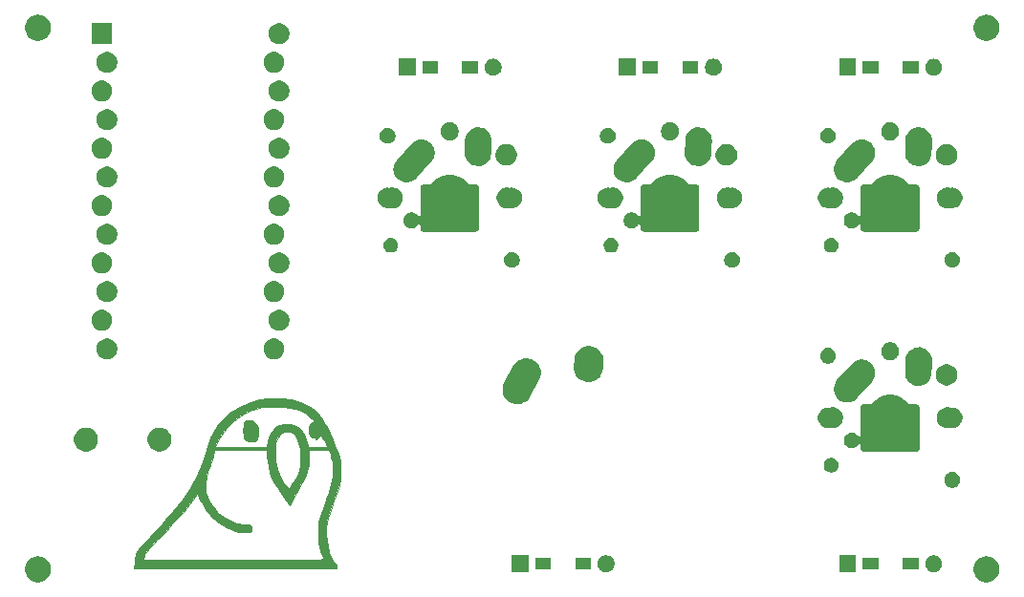
<source format=gbr>
G04 #@! TF.GenerationSoftware,KiCad,Pcbnew,(5.1.2-1)-1*
G04 #@! TF.CreationDate,2019-08-25T00:29:00+09:00*
G04 #@! TF.ProjectId,teishi,74656973-6869-42e6-9b69-6361645f7063,rev?*
G04 #@! TF.SameCoordinates,Original*
G04 #@! TF.FileFunction,Soldermask,Top*
G04 #@! TF.FilePolarity,Negative*
%FSLAX46Y46*%
G04 Gerber Fmt 4.6, Leading zero omitted, Abs format (unit mm)*
G04 Created by KiCad (PCBNEW (5.1.2-1)-1) date 2019-08-25 00:29:00*
%MOMM*%
%LPD*%
G04 APERTURE LIST*
%ADD10C,0.010000*%
%ADD11C,0.100000*%
G04 APERTURE END LIST*
D10*
G36*
X22465580Y-38333180D02*
G01*
X22648603Y-38438147D01*
X22817665Y-38646675D01*
X22876201Y-38740974D01*
X22981767Y-39003642D01*
X23026505Y-39305218D01*
X23014669Y-39608564D01*
X22950517Y-39876545D01*
X22838306Y-40072024D01*
X22714476Y-40151887D01*
X22463597Y-40187032D01*
X22209603Y-40175095D01*
X22091332Y-40145328D01*
X21968789Y-40066886D01*
X21836604Y-39950931D01*
X21760561Y-39856539D01*
X21714131Y-39735824D01*
X21690371Y-39552977D01*
X21682334Y-39272189D01*
X21681948Y-39153588D01*
X21693274Y-38787349D01*
X21737168Y-38542446D01*
X21828504Y-38395738D01*
X21982156Y-38324083D01*
X22212996Y-38304338D01*
X22227793Y-38304298D01*
X22465580Y-38333180D01*
X22465580Y-38333180D01*
G37*
X22465580Y-38333180D02*
X22648603Y-38438147D01*
X22817665Y-38646675D01*
X22876201Y-38740974D01*
X22981767Y-39003642D01*
X23026505Y-39305218D01*
X23014669Y-39608564D01*
X22950517Y-39876545D01*
X22838306Y-40072024D01*
X22714476Y-40151887D01*
X22463597Y-40187032D01*
X22209603Y-40175095D01*
X22091332Y-40145328D01*
X21968789Y-40066886D01*
X21836604Y-39950931D01*
X21760561Y-39856539D01*
X21714131Y-39735824D01*
X21690371Y-39552977D01*
X21682334Y-39272189D01*
X21681948Y-39153588D01*
X21693274Y-38787349D01*
X21737168Y-38542446D01*
X21828504Y-38395738D01*
X21982156Y-38324083D01*
X22212996Y-38304338D01*
X22227793Y-38304298D01*
X22465580Y-38333180D01*
G36*
X25227597Y-36371711D02*
G01*
X25875160Y-36464197D01*
X25939541Y-36477755D01*
X26761725Y-36717479D01*
X27475693Y-37054386D01*
X28081341Y-37488400D01*
X28578564Y-38019448D01*
X28967261Y-38647453D01*
X28988439Y-38690943D01*
X29321199Y-39389138D01*
X29594009Y-39975592D01*
X29812495Y-40468513D01*
X29982282Y-40886112D01*
X30108996Y-41246597D01*
X30198261Y-41568178D01*
X30255704Y-41869065D01*
X30286950Y-42167467D01*
X30297623Y-42481593D01*
X30293350Y-42829653D01*
X30291111Y-42907751D01*
X30282493Y-43175451D01*
X30271404Y-43404261D01*
X30253115Y-43612344D01*
X30222895Y-43817862D01*
X30176013Y-44038976D01*
X30107738Y-44293848D01*
X30013339Y-44600641D01*
X29888086Y-44977517D01*
X29727248Y-45442637D01*
X29526094Y-46014163D01*
X29358647Y-46487602D01*
X29199015Y-46969373D01*
X29094547Y-47366316D01*
X29034623Y-47723449D01*
X29015270Y-47943190D01*
X29015542Y-48437454D01*
X29068048Y-48966573D01*
X29164744Y-49496303D01*
X29297588Y-49992397D01*
X29458537Y-50420613D01*
X29639548Y-50746704D01*
X29688607Y-50810179D01*
X29821088Y-51005985D01*
X29906972Y-51200950D01*
X29909181Y-51209331D01*
X29958186Y-51404584D01*
X12019540Y-51404584D01*
X12054014Y-50876934D01*
X12081846Y-50611323D01*
X12815825Y-50611323D01*
X12822619Y-50635895D01*
X12899390Y-50641359D01*
X13112342Y-50646608D01*
X13452096Y-50651595D01*
X13909276Y-50656272D01*
X14474502Y-50660592D01*
X15138398Y-50664505D01*
X15891585Y-50667965D01*
X16724685Y-50670923D01*
X17628320Y-50673332D01*
X18593113Y-50675143D01*
X19609686Y-50676309D01*
X20668661Y-50676782D01*
X20828512Y-50676790D01*
X22120081Y-50676492D01*
X23272893Y-50675544D01*
X24293753Y-50673868D01*
X25189460Y-50671388D01*
X25966818Y-50668024D01*
X26632628Y-50663698D01*
X27193692Y-50658333D01*
X27656813Y-50651850D01*
X28028792Y-50644172D01*
X28316431Y-50635221D01*
X28526532Y-50624918D01*
X28665897Y-50613185D01*
X28741328Y-50599945D01*
X28759934Y-50585816D01*
X28720441Y-50467213D01*
X28656677Y-50264832D01*
X28615519Y-50130945D01*
X28526064Y-49837286D01*
X28433638Y-49533917D01*
X28404882Y-49439541D01*
X28363191Y-49221563D01*
X28331718Y-48900714D01*
X28311531Y-48519396D01*
X28303703Y-48120009D01*
X28309304Y-47744954D01*
X28329405Y-47436632D01*
X28350657Y-47292550D01*
X28407677Y-47076130D01*
X28508555Y-46750828D01*
X28644313Y-46343392D01*
X28805975Y-45880569D01*
X28984563Y-45389107D01*
X29034611Y-45254727D01*
X29227717Y-44729572D01*
X29371807Y-44308808D01*
X29473839Y-43962462D01*
X29540772Y-43660558D01*
X29579566Y-43373122D01*
X29597180Y-43070182D01*
X29600674Y-42816619D01*
X29598038Y-42488258D01*
X29589786Y-42207893D01*
X29577320Y-42011589D01*
X29566758Y-41943266D01*
X29528864Y-41819074D01*
X29465401Y-41604424D01*
X29399810Y-41379226D01*
X29268211Y-40924355D01*
X27484868Y-40924355D01*
X27478508Y-41597564D01*
X27471822Y-41916760D01*
X27459358Y-42197461D01*
X27443333Y-42395627D01*
X27435883Y-42444570D01*
X27258871Y-43083181D01*
X27016171Y-43639949D01*
X26904868Y-43829569D01*
X26763080Y-44062621D01*
X26580508Y-44379953D01*
X26382782Y-44736318D01*
X26228709Y-45023286D01*
X25813294Y-45810756D01*
X25308011Y-45132455D01*
X24947308Y-44640862D01*
X24666998Y-44240102D01*
X24454140Y-43909309D01*
X24295796Y-43627617D01*
X24179026Y-43374163D01*
X24119999Y-43216737D01*
X24009298Y-42842345D01*
X23905971Y-42400060D01*
X23820424Y-41944051D01*
X23763066Y-41528484D01*
X23744483Y-41262309D01*
X23742252Y-41151145D01*
X24483954Y-41151145D01*
X24530731Y-41942847D01*
X24676434Y-42647249D01*
X24929119Y-43290762D01*
X25296841Y-43899795D01*
X25341001Y-43960841D01*
X25497873Y-44176188D01*
X25608302Y-44304746D01*
X25697304Y-44340186D01*
X25789896Y-44276181D01*
X25911093Y-44106403D01*
X26085912Y-43824526D01*
X26124162Y-43762750D01*
X26362487Y-43360373D01*
X26526779Y-43028502D01*
X26633472Y-42723613D01*
X26699000Y-42402181D01*
X26727104Y-42165827D01*
X26756186Y-41482240D01*
X26709796Y-40854837D01*
X26591994Y-40303105D01*
X26406837Y-39846531D01*
X26176751Y-39523352D01*
X26045491Y-39407165D01*
X25902927Y-39346835D01*
X25695276Y-39325054D01*
X25554838Y-39323209D01*
X25300310Y-39331515D01*
X25135839Y-39369358D01*
X25006278Y-39456123D01*
X24914223Y-39548406D01*
X24694818Y-39885755D01*
X24552894Y-40345352D01*
X24488316Y-40927699D01*
X24483954Y-41151145D01*
X23742252Y-41151145D01*
X23737700Y-40924355D01*
X19124895Y-40924355D01*
X19000041Y-41452005D01*
X18909204Y-41777757D01*
X18781808Y-42162224D01*
X18642486Y-42532048D01*
X18615156Y-42598280D01*
X18408386Y-43224583D01*
X18308907Y-43848242D01*
X18320706Y-44435535D01*
X18367315Y-44695662D01*
X18492029Y-45050161D01*
X18696722Y-45455648D01*
X18952937Y-45866008D01*
X19232219Y-46235123D01*
X19473465Y-46488304D01*
X19991511Y-46886165D01*
X20559035Y-47203157D01*
X21142466Y-47424788D01*
X21708237Y-47536566D01*
X21926593Y-47547278D01*
X22197349Y-47559400D01*
X22353853Y-47612842D01*
X22426564Y-47733213D01*
X22445941Y-47946123D01*
X22446131Y-47984124D01*
X22416821Y-48143736D01*
X22299995Y-48218081D01*
X22245988Y-48230835D01*
X22013762Y-48243879D01*
X21694644Y-48219158D01*
X21340120Y-48164074D01*
X21001673Y-48086028D01*
X20808596Y-48024220D01*
X20647479Y-47963975D01*
X20429067Y-47882394D01*
X20371919Y-47861060D01*
X20017521Y-47691513D01*
X19617866Y-47440961D01*
X19218614Y-47142072D01*
X18865425Y-46827513D01*
X18732205Y-46687901D01*
X18501633Y-46401143D01*
X18265549Y-46059334D01*
X18047703Y-45701944D01*
X17871840Y-45368440D01*
X17761710Y-45098294D01*
X17749473Y-45054584D01*
X17682731Y-44909685D01*
X17601263Y-44854441D01*
X17521189Y-44911746D01*
X17386309Y-45065803D01*
X17218787Y-45289821D01*
X17114196Y-45443081D01*
X16904332Y-45741132D01*
X16637170Y-46084298D01*
X16304666Y-46481710D01*
X15898777Y-46942493D01*
X15411457Y-47475778D01*
X14834664Y-48090691D01*
X14160354Y-48796362D01*
X14146550Y-48810703D01*
X13702267Y-49279838D01*
X13360208Y-49658600D01*
X13114435Y-49954026D01*
X12959013Y-50173154D01*
X12898730Y-50290193D01*
X12836645Y-50481762D01*
X12815825Y-50611323D01*
X12081846Y-50611323D01*
X12088577Y-50547095D01*
X12154466Y-50254562D01*
X12264711Y-49977555D01*
X12432342Y-49694296D01*
X12670389Y-49383006D01*
X12991882Y-49021907D01*
X13409851Y-48589221D01*
X13442431Y-48556323D01*
X13764259Y-48227798D01*
X14065067Y-47913485D01*
X14323685Y-47636056D01*
X14518946Y-47418181D01*
X14622423Y-47292550D01*
X14757080Y-47125096D01*
X14964100Y-46884670D01*
X15215212Y-46603465D01*
X15480814Y-46315094D01*
X16287211Y-45359301D01*
X16985618Y-44326362D01*
X17581837Y-43205649D01*
X18081667Y-41986536D01*
X18412967Y-40944146D01*
X18485237Y-40706017D01*
X19181956Y-40706017D01*
X23745840Y-40706017D01*
X23831584Y-40287535D01*
X23954076Y-39844274D01*
X24124294Y-39442731D01*
X24324215Y-39119104D01*
X24507676Y-38929557D01*
X24902055Y-38714928D01*
X25345498Y-38610437D01*
X25801853Y-38615328D01*
X26234966Y-38728845D01*
X26608686Y-38950232D01*
X26636652Y-38974086D01*
X26830570Y-39168868D01*
X26985001Y-39390561D01*
X27119787Y-39675396D01*
X27254768Y-40059603D01*
X27286187Y-40160172D01*
X27442886Y-40669627D01*
X28292360Y-40690132D01*
X28624461Y-40696229D01*
X28895730Y-40697558D01*
X29077667Y-40694233D01*
X29141833Y-40686667D01*
X29107762Y-40582539D01*
X29020000Y-40404830D01*
X28900223Y-40190039D01*
X28770109Y-39974664D01*
X28651333Y-39795204D01*
X28565572Y-39688158D01*
X28540071Y-39673439D01*
X28433841Y-39742078D01*
X28337333Y-39837193D01*
X28208106Y-39946073D01*
X28098432Y-39976851D01*
X28050203Y-39918243D01*
X28050143Y-39914541D01*
X27987542Y-39856278D01*
X27845570Y-39809945D01*
X27644610Y-39700225D01*
X27515896Y-39475057D01*
X27468025Y-39149898D01*
X27467908Y-39130870D01*
X27500443Y-38906161D01*
X27582831Y-38687590D01*
X27692247Y-38520448D01*
X27805868Y-38450026D01*
X27811107Y-38449856D01*
X27895234Y-38420342D01*
X27868033Y-38327170D01*
X27725857Y-38163394D01*
X27595272Y-38038814D01*
X27208769Y-37725800D01*
X26799015Y-37485227D01*
X26340525Y-37308721D01*
X25807813Y-37187908D01*
X25175393Y-37114411D01*
X24702292Y-37088178D01*
X24258989Y-37075678D01*
X23916610Y-37078527D01*
X23631034Y-37099841D01*
X23358140Y-37142740D01*
X23087216Y-37202307D01*
X22227868Y-37475691D01*
X21449070Y-37862722D01*
X20759381Y-38356376D01*
X20167354Y-38949631D01*
X19681548Y-39635463D01*
X19372994Y-40251146D01*
X19181956Y-40706017D01*
X18485237Y-40706017D01*
X18534392Y-40544052D01*
X18670791Y-40143780D01*
X18804906Y-39791520D01*
X18912700Y-39548758D01*
X19367171Y-38797324D01*
X19928031Y-38139173D01*
X20598447Y-37571758D01*
X21381588Y-37092532D01*
X22280621Y-36698951D01*
X22591690Y-36591204D01*
X23164414Y-36451070D01*
X23825674Y-36366725D01*
X24528918Y-36339746D01*
X25227597Y-36371711D01*
X25227597Y-36371711D01*
G37*
X25227597Y-36371711D02*
X25875160Y-36464197D01*
X25939541Y-36477755D01*
X26761725Y-36717479D01*
X27475693Y-37054386D01*
X28081341Y-37488400D01*
X28578564Y-38019448D01*
X28967261Y-38647453D01*
X28988439Y-38690943D01*
X29321199Y-39389138D01*
X29594009Y-39975592D01*
X29812495Y-40468513D01*
X29982282Y-40886112D01*
X30108996Y-41246597D01*
X30198261Y-41568178D01*
X30255704Y-41869065D01*
X30286950Y-42167467D01*
X30297623Y-42481593D01*
X30293350Y-42829653D01*
X30291111Y-42907751D01*
X30282493Y-43175451D01*
X30271404Y-43404261D01*
X30253115Y-43612344D01*
X30222895Y-43817862D01*
X30176013Y-44038976D01*
X30107738Y-44293848D01*
X30013339Y-44600641D01*
X29888086Y-44977517D01*
X29727248Y-45442637D01*
X29526094Y-46014163D01*
X29358647Y-46487602D01*
X29199015Y-46969373D01*
X29094547Y-47366316D01*
X29034623Y-47723449D01*
X29015270Y-47943190D01*
X29015542Y-48437454D01*
X29068048Y-48966573D01*
X29164744Y-49496303D01*
X29297588Y-49992397D01*
X29458537Y-50420613D01*
X29639548Y-50746704D01*
X29688607Y-50810179D01*
X29821088Y-51005985D01*
X29906972Y-51200950D01*
X29909181Y-51209331D01*
X29958186Y-51404584D01*
X12019540Y-51404584D01*
X12054014Y-50876934D01*
X12081846Y-50611323D01*
X12815825Y-50611323D01*
X12822619Y-50635895D01*
X12899390Y-50641359D01*
X13112342Y-50646608D01*
X13452096Y-50651595D01*
X13909276Y-50656272D01*
X14474502Y-50660592D01*
X15138398Y-50664505D01*
X15891585Y-50667965D01*
X16724685Y-50670923D01*
X17628320Y-50673332D01*
X18593113Y-50675143D01*
X19609686Y-50676309D01*
X20668661Y-50676782D01*
X20828512Y-50676790D01*
X22120081Y-50676492D01*
X23272893Y-50675544D01*
X24293753Y-50673868D01*
X25189460Y-50671388D01*
X25966818Y-50668024D01*
X26632628Y-50663698D01*
X27193692Y-50658333D01*
X27656813Y-50651850D01*
X28028792Y-50644172D01*
X28316431Y-50635221D01*
X28526532Y-50624918D01*
X28665897Y-50613185D01*
X28741328Y-50599945D01*
X28759934Y-50585816D01*
X28720441Y-50467213D01*
X28656677Y-50264832D01*
X28615519Y-50130945D01*
X28526064Y-49837286D01*
X28433638Y-49533917D01*
X28404882Y-49439541D01*
X28363191Y-49221563D01*
X28331718Y-48900714D01*
X28311531Y-48519396D01*
X28303703Y-48120009D01*
X28309304Y-47744954D01*
X28329405Y-47436632D01*
X28350657Y-47292550D01*
X28407677Y-47076130D01*
X28508555Y-46750828D01*
X28644313Y-46343392D01*
X28805975Y-45880569D01*
X28984563Y-45389107D01*
X29034611Y-45254727D01*
X29227717Y-44729572D01*
X29371807Y-44308808D01*
X29473839Y-43962462D01*
X29540772Y-43660558D01*
X29579566Y-43373122D01*
X29597180Y-43070182D01*
X29600674Y-42816619D01*
X29598038Y-42488258D01*
X29589786Y-42207893D01*
X29577320Y-42011589D01*
X29566758Y-41943266D01*
X29528864Y-41819074D01*
X29465401Y-41604424D01*
X29399810Y-41379226D01*
X29268211Y-40924355D01*
X27484868Y-40924355D01*
X27478508Y-41597564D01*
X27471822Y-41916760D01*
X27459358Y-42197461D01*
X27443333Y-42395627D01*
X27435883Y-42444570D01*
X27258871Y-43083181D01*
X27016171Y-43639949D01*
X26904868Y-43829569D01*
X26763080Y-44062621D01*
X26580508Y-44379953D01*
X26382782Y-44736318D01*
X26228709Y-45023286D01*
X25813294Y-45810756D01*
X25308011Y-45132455D01*
X24947308Y-44640862D01*
X24666998Y-44240102D01*
X24454140Y-43909309D01*
X24295796Y-43627617D01*
X24179026Y-43374163D01*
X24119999Y-43216737D01*
X24009298Y-42842345D01*
X23905971Y-42400060D01*
X23820424Y-41944051D01*
X23763066Y-41528484D01*
X23744483Y-41262309D01*
X23742252Y-41151145D01*
X24483954Y-41151145D01*
X24530731Y-41942847D01*
X24676434Y-42647249D01*
X24929119Y-43290762D01*
X25296841Y-43899795D01*
X25341001Y-43960841D01*
X25497873Y-44176188D01*
X25608302Y-44304746D01*
X25697304Y-44340186D01*
X25789896Y-44276181D01*
X25911093Y-44106403D01*
X26085912Y-43824526D01*
X26124162Y-43762750D01*
X26362487Y-43360373D01*
X26526779Y-43028502D01*
X26633472Y-42723613D01*
X26699000Y-42402181D01*
X26727104Y-42165827D01*
X26756186Y-41482240D01*
X26709796Y-40854837D01*
X26591994Y-40303105D01*
X26406837Y-39846531D01*
X26176751Y-39523352D01*
X26045491Y-39407165D01*
X25902927Y-39346835D01*
X25695276Y-39325054D01*
X25554838Y-39323209D01*
X25300310Y-39331515D01*
X25135839Y-39369358D01*
X25006278Y-39456123D01*
X24914223Y-39548406D01*
X24694818Y-39885755D01*
X24552894Y-40345352D01*
X24488316Y-40927699D01*
X24483954Y-41151145D01*
X23742252Y-41151145D01*
X23737700Y-40924355D01*
X19124895Y-40924355D01*
X19000041Y-41452005D01*
X18909204Y-41777757D01*
X18781808Y-42162224D01*
X18642486Y-42532048D01*
X18615156Y-42598280D01*
X18408386Y-43224583D01*
X18308907Y-43848242D01*
X18320706Y-44435535D01*
X18367315Y-44695662D01*
X18492029Y-45050161D01*
X18696722Y-45455648D01*
X18952937Y-45866008D01*
X19232219Y-46235123D01*
X19473465Y-46488304D01*
X19991511Y-46886165D01*
X20559035Y-47203157D01*
X21142466Y-47424788D01*
X21708237Y-47536566D01*
X21926593Y-47547278D01*
X22197349Y-47559400D01*
X22353853Y-47612842D01*
X22426564Y-47733213D01*
X22445941Y-47946123D01*
X22446131Y-47984124D01*
X22416821Y-48143736D01*
X22299995Y-48218081D01*
X22245988Y-48230835D01*
X22013762Y-48243879D01*
X21694644Y-48219158D01*
X21340120Y-48164074D01*
X21001673Y-48086028D01*
X20808596Y-48024220D01*
X20647479Y-47963975D01*
X20429067Y-47882394D01*
X20371919Y-47861060D01*
X20017521Y-47691513D01*
X19617866Y-47440961D01*
X19218614Y-47142072D01*
X18865425Y-46827513D01*
X18732205Y-46687901D01*
X18501633Y-46401143D01*
X18265549Y-46059334D01*
X18047703Y-45701944D01*
X17871840Y-45368440D01*
X17761710Y-45098294D01*
X17749473Y-45054584D01*
X17682731Y-44909685D01*
X17601263Y-44854441D01*
X17521189Y-44911746D01*
X17386309Y-45065803D01*
X17218787Y-45289821D01*
X17114196Y-45443081D01*
X16904332Y-45741132D01*
X16637170Y-46084298D01*
X16304666Y-46481710D01*
X15898777Y-46942493D01*
X15411457Y-47475778D01*
X14834664Y-48090691D01*
X14160354Y-48796362D01*
X14146550Y-48810703D01*
X13702267Y-49279838D01*
X13360208Y-49658600D01*
X13114435Y-49954026D01*
X12959013Y-50173154D01*
X12898730Y-50290193D01*
X12836645Y-50481762D01*
X12815825Y-50611323D01*
X12081846Y-50611323D01*
X12088577Y-50547095D01*
X12154466Y-50254562D01*
X12264711Y-49977555D01*
X12432342Y-49694296D01*
X12670389Y-49383006D01*
X12991882Y-49021907D01*
X13409851Y-48589221D01*
X13442431Y-48556323D01*
X13764259Y-48227798D01*
X14065067Y-47913485D01*
X14323685Y-47636056D01*
X14518946Y-47418181D01*
X14622423Y-47292550D01*
X14757080Y-47125096D01*
X14964100Y-46884670D01*
X15215212Y-46603465D01*
X15480814Y-46315094D01*
X16287211Y-45359301D01*
X16985618Y-44326362D01*
X17581837Y-43205649D01*
X18081667Y-41986536D01*
X18412967Y-40944146D01*
X18485237Y-40706017D01*
X19181956Y-40706017D01*
X23745840Y-40706017D01*
X23831584Y-40287535D01*
X23954076Y-39844274D01*
X24124294Y-39442731D01*
X24324215Y-39119104D01*
X24507676Y-38929557D01*
X24902055Y-38714928D01*
X25345498Y-38610437D01*
X25801853Y-38615328D01*
X26234966Y-38728845D01*
X26608686Y-38950232D01*
X26636652Y-38974086D01*
X26830570Y-39168868D01*
X26985001Y-39390561D01*
X27119787Y-39675396D01*
X27254768Y-40059603D01*
X27286187Y-40160172D01*
X27442886Y-40669627D01*
X28292360Y-40690132D01*
X28624461Y-40696229D01*
X28895730Y-40697558D01*
X29077667Y-40694233D01*
X29141833Y-40686667D01*
X29107762Y-40582539D01*
X29020000Y-40404830D01*
X28900223Y-40190039D01*
X28770109Y-39974664D01*
X28651333Y-39795204D01*
X28565572Y-39688158D01*
X28540071Y-39673439D01*
X28433841Y-39742078D01*
X28337333Y-39837193D01*
X28208106Y-39946073D01*
X28098432Y-39976851D01*
X28050203Y-39918243D01*
X28050143Y-39914541D01*
X27987542Y-39856278D01*
X27845570Y-39809945D01*
X27644610Y-39700225D01*
X27515896Y-39475057D01*
X27468025Y-39149898D01*
X27467908Y-39130870D01*
X27500443Y-38906161D01*
X27582831Y-38687590D01*
X27692247Y-38520448D01*
X27805868Y-38450026D01*
X27811107Y-38449856D01*
X27895234Y-38420342D01*
X27868033Y-38327170D01*
X27725857Y-38163394D01*
X27595272Y-38038814D01*
X27208769Y-37725800D01*
X26799015Y-37485227D01*
X26340525Y-37308721D01*
X25807813Y-37187908D01*
X25175393Y-37114411D01*
X24702292Y-37088178D01*
X24258989Y-37075678D01*
X23916610Y-37078527D01*
X23631034Y-37099841D01*
X23358140Y-37142740D01*
X23087216Y-37202307D01*
X22227868Y-37475691D01*
X21449070Y-37862722D01*
X20759381Y-38356376D01*
X20167354Y-38949631D01*
X19681548Y-39635463D01*
X19372994Y-40251146D01*
X19181956Y-40706017D01*
X18485237Y-40706017D01*
X18534392Y-40544052D01*
X18670791Y-40143780D01*
X18804906Y-39791520D01*
X18912700Y-39548758D01*
X19367171Y-38797324D01*
X19928031Y-38139173D01*
X20598447Y-37571758D01*
X21381588Y-37092532D01*
X22280621Y-36698951D01*
X22591690Y-36591204D01*
X23164414Y-36451070D01*
X23825674Y-36366725D01*
X24528918Y-36339746D01*
X25227597Y-36371711D01*
D11*
G36*
X87724549Y-50371116D02*
G01*
X87835734Y-50393232D01*
X88045203Y-50479997D01*
X88233720Y-50605960D01*
X88394040Y-50766280D01*
X88520003Y-50954797D01*
X88606768Y-51164266D01*
X88651000Y-51386636D01*
X88651000Y-51613364D01*
X88606768Y-51835734D01*
X88520003Y-52045203D01*
X88394040Y-52233720D01*
X88233720Y-52394040D01*
X88045203Y-52520003D01*
X87835734Y-52606768D01*
X87724549Y-52628884D01*
X87613365Y-52651000D01*
X87386635Y-52651000D01*
X87275451Y-52628884D01*
X87164266Y-52606768D01*
X86954797Y-52520003D01*
X86766280Y-52394040D01*
X86605960Y-52233720D01*
X86479997Y-52045203D01*
X86393232Y-51835734D01*
X86349000Y-51613364D01*
X86349000Y-51386636D01*
X86393232Y-51164266D01*
X86479997Y-50954797D01*
X86605960Y-50766280D01*
X86766280Y-50605960D01*
X86954797Y-50479997D01*
X87164266Y-50393232D01*
X87275451Y-50371116D01*
X87386635Y-50349000D01*
X87613365Y-50349000D01*
X87724549Y-50371116D01*
X87724549Y-50371116D01*
G37*
G36*
X3724549Y-50371116D02*
G01*
X3835734Y-50393232D01*
X4045203Y-50479997D01*
X4233720Y-50605960D01*
X4394040Y-50766280D01*
X4520003Y-50954797D01*
X4606768Y-51164266D01*
X4651000Y-51386636D01*
X4651000Y-51613364D01*
X4606768Y-51835734D01*
X4520003Y-52045203D01*
X4394040Y-52233720D01*
X4233720Y-52394040D01*
X4045203Y-52520003D01*
X3835734Y-52606768D01*
X3724549Y-52628884D01*
X3613365Y-52651000D01*
X3386635Y-52651000D01*
X3275451Y-52628884D01*
X3164266Y-52606768D01*
X2954797Y-52520003D01*
X2766280Y-52394040D01*
X2605960Y-52233720D01*
X2479997Y-52045203D01*
X2393232Y-51835734D01*
X2349000Y-51613364D01*
X2349000Y-51386636D01*
X2393232Y-51164266D01*
X2479997Y-50954797D01*
X2605960Y-50766280D01*
X2766280Y-50605960D01*
X2954797Y-50479997D01*
X3164266Y-50393232D01*
X3275451Y-50371116D01*
X3386635Y-50349000D01*
X3613365Y-50349000D01*
X3724549Y-50371116D01*
X3724549Y-50371116D01*
G37*
G36*
X53904425Y-50254599D02*
G01*
X54028621Y-50279302D01*
X54165022Y-50335801D01*
X54287779Y-50417825D01*
X54392175Y-50522221D01*
X54474199Y-50644978D01*
X54530698Y-50781379D01*
X54559500Y-50926181D01*
X54559500Y-51073819D01*
X54530698Y-51218621D01*
X54474199Y-51355022D01*
X54392175Y-51477779D01*
X54287779Y-51582175D01*
X54165022Y-51664199D01*
X54028621Y-51720698D01*
X53904425Y-51745401D01*
X53883820Y-51749500D01*
X53736180Y-51749500D01*
X53715575Y-51745401D01*
X53591379Y-51720698D01*
X53454978Y-51664199D01*
X53332221Y-51582175D01*
X53227825Y-51477779D01*
X53145801Y-51355022D01*
X53089302Y-51218621D01*
X53060500Y-51073819D01*
X53060500Y-50926181D01*
X53089302Y-50781379D01*
X53145801Y-50644978D01*
X53227825Y-50522221D01*
X53332221Y-50417825D01*
X53454978Y-50335801D01*
X53591379Y-50279302D01*
X53715575Y-50254599D01*
X53736180Y-50250500D01*
X53883820Y-50250500D01*
X53904425Y-50254599D01*
X53904425Y-50254599D01*
G37*
G36*
X46939500Y-51749500D02*
G01*
X45440500Y-51749500D01*
X45440500Y-50250500D01*
X46939500Y-50250500D01*
X46939500Y-51749500D01*
X46939500Y-51749500D01*
G37*
G36*
X75939500Y-51749500D02*
G01*
X74440500Y-51749500D01*
X74440500Y-50250500D01*
X75939500Y-50250500D01*
X75939500Y-51749500D01*
X75939500Y-51749500D01*
G37*
G36*
X82904425Y-50254599D02*
G01*
X83028621Y-50279302D01*
X83165022Y-50335801D01*
X83287779Y-50417825D01*
X83392175Y-50522221D01*
X83474199Y-50644978D01*
X83530698Y-50781379D01*
X83559500Y-50926181D01*
X83559500Y-51073819D01*
X83530698Y-51218621D01*
X83474199Y-51355022D01*
X83392175Y-51477779D01*
X83287779Y-51582175D01*
X83165022Y-51664199D01*
X83028621Y-51720698D01*
X82904425Y-51745401D01*
X82883820Y-51749500D01*
X82736180Y-51749500D01*
X82715575Y-51745401D01*
X82591379Y-51720698D01*
X82454978Y-51664199D01*
X82332221Y-51582175D01*
X82227825Y-51477779D01*
X82145801Y-51355022D01*
X82089302Y-51218621D01*
X82060500Y-51073819D01*
X82060500Y-50926181D01*
X82089302Y-50781379D01*
X82145801Y-50644978D01*
X82227825Y-50522221D01*
X82332221Y-50417825D01*
X82454978Y-50335801D01*
X82591379Y-50279302D01*
X82715575Y-50254599D01*
X82736180Y-50250500D01*
X82883820Y-50250500D01*
X82904425Y-50254599D01*
X82904425Y-50254599D01*
G37*
G36*
X81476000Y-51526000D02*
G01*
X80074000Y-51526000D01*
X80074000Y-50474000D01*
X81476000Y-50474000D01*
X81476000Y-51526000D01*
X81476000Y-51526000D01*
G37*
G36*
X77926000Y-51526000D02*
G01*
X76524000Y-51526000D01*
X76524000Y-50474000D01*
X77926000Y-50474000D01*
X77926000Y-51526000D01*
X77926000Y-51526000D01*
G37*
G36*
X52476000Y-51526000D02*
G01*
X51074000Y-51526000D01*
X51074000Y-50474000D01*
X52476000Y-50474000D01*
X52476000Y-51526000D01*
X52476000Y-51526000D01*
G37*
G36*
X48926000Y-51526000D02*
G01*
X47524000Y-51526000D01*
X47524000Y-50474000D01*
X48926000Y-50474000D01*
X48926000Y-51526000D01*
X48926000Y-51526000D01*
G37*
G36*
X84664465Y-42905774D02*
G01*
X84792041Y-42958618D01*
X84906851Y-43035331D01*
X85004497Y-43132977D01*
X85081210Y-43247787D01*
X85134054Y-43375363D01*
X85160992Y-43510792D01*
X85160992Y-43648880D01*
X85134054Y-43784309D01*
X85081210Y-43911885D01*
X85004497Y-44026695D01*
X84906851Y-44124341D01*
X84792041Y-44201054D01*
X84664465Y-44253898D01*
X84529036Y-44280836D01*
X84390948Y-44280836D01*
X84255519Y-44253898D01*
X84127943Y-44201054D01*
X84013133Y-44124341D01*
X83915487Y-44026695D01*
X83838774Y-43911885D01*
X83785930Y-43784309D01*
X83758992Y-43648880D01*
X83758992Y-43510792D01*
X83785930Y-43375363D01*
X83838774Y-43247787D01*
X83915487Y-43132977D01*
X84013133Y-43035331D01*
X84127943Y-42958618D01*
X84255519Y-42905774D01*
X84390948Y-42878836D01*
X84529036Y-42878836D01*
X84664465Y-42905774D01*
X84664465Y-42905774D01*
G37*
G36*
X73929890Y-41654017D02*
G01*
X74048364Y-41703091D01*
X74154988Y-41774335D01*
X74245665Y-41865012D01*
X74316909Y-41971636D01*
X74365983Y-42090110D01*
X74391000Y-42215882D01*
X74391000Y-42344118D01*
X74365983Y-42469890D01*
X74316909Y-42588364D01*
X74245665Y-42694988D01*
X74154988Y-42785665D01*
X74048364Y-42856909D01*
X74048363Y-42856910D01*
X74048362Y-42856910D01*
X73929890Y-42905983D01*
X73804119Y-42931000D01*
X73675881Y-42931000D01*
X73550110Y-42905983D01*
X73431638Y-42856910D01*
X73431637Y-42856910D01*
X73431636Y-42856909D01*
X73325012Y-42785665D01*
X73234335Y-42694988D01*
X73163091Y-42588364D01*
X73114017Y-42469890D01*
X73089000Y-42344118D01*
X73089000Y-42215882D01*
X73114017Y-42090110D01*
X73163091Y-41971636D01*
X73234335Y-41865012D01*
X73325012Y-41774335D01*
X73431636Y-41703091D01*
X73550110Y-41654017D01*
X73675881Y-41629000D01*
X73804119Y-41629000D01*
X73929890Y-41654017D01*
X73929890Y-41654017D01*
G37*
G36*
X79556474Y-36113684D02*
G01*
X79774474Y-36203983D01*
X79928623Y-36267833D01*
X80263548Y-36491623D01*
X80548377Y-36776452D01*
X80548379Y-36776455D01*
X80548381Y-36776457D01*
X80579779Y-36823447D01*
X80595324Y-36842389D01*
X80614266Y-36857934D01*
X80635877Y-36869485D01*
X80659326Y-36876598D01*
X80683711Y-36879000D01*
X80835546Y-36879000D01*
X80847798Y-36878398D01*
X80865000Y-36876704D01*
X80882202Y-36878398D01*
X80894454Y-36879000D01*
X81239074Y-36879000D01*
X81251326Y-36878398D01*
X81260000Y-36877544D01*
X81268673Y-36878398D01*
X81268675Y-36878398D01*
X81319004Y-36883355D01*
X81347376Y-36891962D01*
X81375745Y-36900567D01*
X81375747Y-36900568D01*
X81428031Y-36928514D01*
X81428032Y-36928515D01*
X81428036Y-36928517D01*
X81473869Y-36966131D01*
X81511483Y-37011964D01*
X81511485Y-37011968D01*
X81511486Y-37011969D01*
X81539432Y-37064253D01*
X81556645Y-37120996D01*
X81562456Y-37180000D01*
X81561602Y-37188674D01*
X81561000Y-37200926D01*
X81561000Y-39834514D01*
X81561602Y-39846766D01*
X81564875Y-39880000D01*
X81561602Y-39913234D01*
X81561000Y-39925486D01*
X81561000Y-40759074D01*
X81561602Y-40771326D01*
X81562456Y-40780000D01*
X81561602Y-40788674D01*
X81556645Y-40839004D01*
X81556644Y-40839006D01*
X81539433Y-40895745D01*
X81511483Y-40948036D01*
X81473869Y-40993869D01*
X81428036Y-41031483D01*
X81428032Y-41031485D01*
X81428031Y-41031486D01*
X81391522Y-41051000D01*
X81375745Y-41059433D01*
X81347375Y-41068039D01*
X81319004Y-41076645D01*
X81260000Y-41082456D01*
X81251327Y-41081602D01*
X81239075Y-41081000D01*
X80877397Y-41081000D01*
X80865145Y-41081602D01*
X80865000Y-41081616D01*
X80864855Y-41081602D01*
X80852603Y-41081000D01*
X77080926Y-41081000D01*
X77068674Y-41081602D01*
X77060000Y-41082456D01*
X77051327Y-41081602D01*
X77039075Y-41081000D01*
X76680926Y-41081000D01*
X76668674Y-41081602D01*
X76660000Y-41082456D01*
X76651327Y-41081602D01*
X76651325Y-41081602D01*
X76600996Y-41076645D01*
X76572625Y-41068039D01*
X76544255Y-41059433D01*
X76528478Y-41051000D01*
X76491969Y-41031486D01*
X76491968Y-41031485D01*
X76491964Y-41031483D01*
X76446131Y-40993869D01*
X76408517Y-40948036D01*
X76380567Y-40895745D01*
X76363356Y-40839006D01*
X76363355Y-40839004D01*
X76357544Y-40780000D01*
X76358399Y-40771316D01*
X76359001Y-40759064D01*
X76359001Y-40557869D01*
X76356599Y-40533483D01*
X76349486Y-40510034D01*
X76337935Y-40488423D01*
X76322390Y-40469481D01*
X76303448Y-40453936D01*
X76281837Y-40442385D01*
X76258388Y-40435272D01*
X76234002Y-40432870D01*
X76209616Y-40435272D01*
X76186167Y-40442385D01*
X76164556Y-40453936D01*
X76145614Y-40469481D01*
X76130069Y-40488423D01*
X76104495Y-40526697D01*
X76006851Y-40624341D01*
X75892041Y-40701054D01*
X75764465Y-40753898D01*
X75629036Y-40780836D01*
X75490948Y-40780836D01*
X75355519Y-40753898D01*
X75227943Y-40701054D01*
X75113133Y-40624341D01*
X75015487Y-40526695D01*
X74938774Y-40411885D01*
X74885930Y-40284309D01*
X74858992Y-40148880D01*
X74858992Y-40010792D01*
X74885930Y-39875363D01*
X74938774Y-39747787D01*
X75015487Y-39632977D01*
X75113133Y-39535331D01*
X75227943Y-39458618D01*
X75355519Y-39405774D01*
X75490948Y-39378836D01*
X75629036Y-39378836D01*
X75764465Y-39405774D01*
X75892041Y-39458618D01*
X76006851Y-39535331D01*
X76104495Y-39632975D01*
X76130069Y-39671249D01*
X76145614Y-39690191D01*
X76164556Y-39705736D01*
X76186167Y-39717287D01*
X76209616Y-39724400D01*
X76234002Y-39726802D01*
X76258388Y-39724400D01*
X76281837Y-39717287D01*
X76303448Y-39705736D01*
X76322390Y-39690191D01*
X76337935Y-39671249D01*
X76349486Y-39649638D01*
X76356599Y-39626189D01*
X76359001Y-39601803D01*
X76359001Y-38974475D01*
X76359000Y-37200926D01*
X76358398Y-37188674D01*
X76357544Y-37180000D01*
X76363355Y-37120996D01*
X76380568Y-37064253D01*
X76408514Y-37011969D01*
X76408515Y-37011968D01*
X76408517Y-37011964D01*
X76446131Y-36966131D01*
X76491964Y-36928517D01*
X76491968Y-36928515D01*
X76491969Y-36928514D01*
X76544253Y-36900568D01*
X76544255Y-36900567D01*
X76572624Y-36891962D01*
X76600996Y-36883355D01*
X76651326Y-36878398D01*
X76660000Y-36877544D01*
X76668673Y-36878398D01*
X76680925Y-36879000D01*
X77039074Y-36879000D01*
X77051326Y-36878398D01*
X77060000Y-36877544D01*
X77068673Y-36878398D01*
X77080925Y-36879000D01*
X77236289Y-36879000D01*
X77260675Y-36876598D01*
X77284124Y-36869485D01*
X77305735Y-36857934D01*
X77324677Y-36842389D01*
X77340221Y-36823447D01*
X77371619Y-36776457D01*
X77371621Y-36776455D01*
X77371623Y-36776452D01*
X77656452Y-36491623D01*
X77991377Y-36267833D01*
X78145526Y-36203983D01*
X78363526Y-36113684D01*
X78758594Y-36035100D01*
X79161406Y-36035100D01*
X79556474Y-36113684D01*
X79556474Y-36113684D01*
G37*
G36*
X8056564Y-38989389D02*
G01*
X8247833Y-39068615D01*
X8247835Y-39068616D01*
X8419973Y-39183635D01*
X8566365Y-39330027D01*
X8616978Y-39405774D01*
X8681385Y-39502167D01*
X8760611Y-39693436D01*
X8801000Y-39896484D01*
X8801000Y-40103516D01*
X8760611Y-40306564D01*
X8685283Y-40488423D01*
X8681384Y-40497835D01*
X8566365Y-40669973D01*
X8419973Y-40816365D01*
X8247835Y-40931384D01*
X8247834Y-40931385D01*
X8247833Y-40931385D01*
X8056564Y-41010611D01*
X7853516Y-41051000D01*
X7646484Y-41051000D01*
X7443436Y-41010611D01*
X7252167Y-40931385D01*
X7252166Y-40931385D01*
X7252165Y-40931384D01*
X7080027Y-40816365D01*
X6933635Y-40669973D01*
X6818616Y-40497835D01*
X6814717Y-40488423D01*
X6739389Y-40306564D01*
X6699000Y-40103516D01*
X6699000Y-39896484D01*
X6739389Y-39693436D01*
X6818615Y-39502167D01*
X6883023Y-39405774D01*
X6933635Y-39330027D01*
X7080027Y-39183635D01*
X7252165Y-39068616D01*
X7252167Y-39068615D01*
X7443436Y-38989389D01*
X7646484Y-38949000D01*
X7853516Y-38949000D01*
X8056564Y-38989389D01*
X8056564Y-38989389D01*
G37*
G36*
X14556564Y-38989389D02*
G01*
X14747833Y-39068615D01*
X14747835Y-39068616D01*
X14919973Y-39183635D01*
X15066365Y-39330027D01*
X15116978Y-39405774D01*
X15181385Y-39502167D01*
X15260611Y-39693436D01*
X15301000Y-39896484D01*
X15301000Y-40103516D01*
X15260611Y-40306564D01*
X15185283Y-40488423D01*
X15181384Y-40497835D01*
X15066365Y-40669973D01*
X14919973Y-40816365D01*
X14747835Y-40931384D01*
X14747834Y-40931385D01*
X14747833Y-40931385D01*
X14556564Y-41010611D01*
X14353516Y-41051000D01*
X14146484Y-41051000D01*
X13943436Y-41010611D01*
X13752167Y-40931385D01*
X13752166Y-40931385D01*
X13752165Y-40931384D01*
X13580027Y-40816365D01*
X13433635Y-40669973D01*
X13318616Y-40497835D01*
X13314717Y-40488423D01*
X13239389Y-40306564D01*
X13199000Y-40103516D01*
X13199000Y-39896484D01*
X13239389Y-39693436D01*
X13318615Y-39502167D01*
X13383023Y-39405774D01*
X13433635Y-39330027D01*
X13580027Y-39183635D01*
X13752165Y-39068616D01*
X13752167Y-39068615D01*
X13943436Y-38989389D01*
X14146484Y-38949000D01*
X14353516Y-38949000D01*
X14556564Y-38989389D01*
X14556564Y-38989389D01*
G37*
G36*
X74150104Y-37189585D02*
G01*
X74318626Y-37259389D01*
X74470291Y-37360728D01*
X74599272Y-37489709D01*
X74700611Y-37641374D01*
X74770415Y-37809896D01*
X74806000Y-37988797D01*
X74806000Y-38171203D01*
X74770415Y-38350104D01*
X74700611Y-38518626D01*
X74599272Y-38670291D01*
X74470291Y-38799272D01*
X74318626Y-38900611D01*
X74150104Y-38970415D01*
X73971203Y-39006000D01*
X73788797Y-39006000D01*
X73630300Y-38974474D01*
X73605929Y-38972073D01*
X73581550Y-38974474D01*
X73548741Y-38981000D01*
X73371258Y-38981000D01*
X73338455Y-38974475D01*
X73197188Y-38946376D01*
X73033216Y-38878456D01*
X72885646Y-38779853D01*
X72760147Y-38654354D01*
X72661544Y-38506784D01*
X72593624Y-38342812D01*
X72559000Y-38168741D01*
X72559000Y-37991259D01*
X72593624Y-37817188D01*
X72661544Y-37653216D01*
X72760147Y-37505646D01*
X72885646Y-37380147D01*
X73033216Y-37281544D01*
X73197188Y-37213624D01*
X73346488Y-37183927D01*
X73371258Y-37179000D01*
X73548741Y-37179000D01*
X73581550Y-37185526D01*
X73605926Y-37187927D01*
X73630300Y-37185526D01*
X73788797Y-37154000D01*
X73971203Y-37154000D01*
X74150104Y-37189585D01*
X74150104Y-37189585D01*
G37*
G36*
X84289700Y-37185526D02*
G01*
X84314071Y-37187927D01*
X84338450Y-37185526D01*
X84371259Y-37179000D01*
X84548742Y-37179000D01*
X84573512Y-37183927D01*
X84722812Y-37213624D01*
X84886784Y-37281544D01*
X85034354Y-37380147D01*
X85159853Y-37505646D01*
X85258456Y-37653216D01*
X85326376Y-37817188D01*
X85361000Y-37991259D01*
X85361000Y-38168741D01*
X85326376Y-38342812D01*
X85258456Y-38506784D01*
X85159853Y-38654354D01*
X85034354Y-38779853D01*
X84886784Y-38878456D01*
X84722812Y-38946376D01*
X84581545Y-38974475D01*
X84548742Y-38981000D01*
X84371259Y-38981000D01*
X84338450Y-38974474D01*
X84314074Y-38972073D01*
X84289700Y-38974474D01*
X84131203Y-39006000D01*
X83948797Y-39006000D01*
X83769896Y-38970415D01*
X83601374Y-38900611D01*
X83449709Y-38799272D01*
X83320728Y-38670291D01*
X83219389Y-38518626D01*
X83149585Y-38350104D01*
X83114000Y-38171203D01*
X83114000Y-37988797D01*
X83149585Y-37809896D01*
X83219389Y-37641374D01*
X83320728Y-37489709D01*
X83449709Y-37360728D01*
X83601374Y-37259389D01*
X83769896Y-37189585D01*
X83948797Y-37154000D01*
X84131203Y-37154000D01*
X84289700Y-37185526D01*
X84289700Y-37185526D01*
G37*
G36*
X46899575Y-32801286D02*
G01*
X47150086Y-32855333D01*
X47229724Y-32889837D01*
X47385239Y-32957215D01*
X47489249Y-33029168D01*
X47595996Y-33103014D01*
X47595998Y-33103016D01*
X47774262Y-33287130D01*
X47913180Y-33502483D01*
X48007419Y-33740804D01*
X48036052Y-33897975D01*
X48053351Y-33992928D01*
X48049213Y-34249169D01*
X47995166Y-34499680D01*
X47918813Y-34675911D01*
X47045846Y-36247549D01*
X46936579Y-36405497D01*
X46936577Y-36405499D01*
X46752463Y-36583763D01*
X46537110Y-36722681D01*
X46537108Y-36722682D01*
X46514546Y-36731603D01*
X46298789Y-36816920D01*
X46119840Y-36849520D01*
X46046665Y-36862852D01*
X45790425Y-36858714D01*
X45539914Y-36804667D01*
X45406643Y-36746926D01*
X45304761Y-36702785D01*
X45193312Y-36625686D01*
X45094004Y-36556986D01*
X45030718Y-36491623D01*
X44915738Y-36372870D01*
X44776820Y-36157517D01*
X44682581Y-35919196D01*
X44646714Y-35722317D01*
X44636649Y-35667072D01*
X44640787Y-35410832D01*
X44694834Y-35160321D01*
X44771187Y-34984090D01*
X45644154Y-33412451D01*
X45753421Y-33254503D01*
X45763355Y-33244885D01*
X45937537Y-33076237D01*
X46152889Y-32937318D01*
X46391210Y-32843080D01*
X46570159Y-32810480D01*
X46643334Y-32797148D01*
X46899575Y-32801286D01*
X46899575Y-32801286D01*
G37*
G36*
X76526167Y-32907147D02*
G01*
X76603432Y-32914042D01*
X76607798Y-32914829D01*
X76609034Y-32914917D01*
X76611891Y-32914840D01*
X76612429Y-32914891D01*
X76624259Y-32916659D01*
X76681992Y-32928405D01*
X76683702Y-32928740D01*
X76741852Y-32939728D01*
X76752717Y-32942337D01*
X76829262Y-32964721D01*
X76829293Y-32964616D01*
X76829642Y-32964748D01*
X76829619Y-32964825D01*
X76830698Y-32965149D01*
X76834062Y-32966424D01*
X76835264Y-32966723D01*
X76836388Y-32966888D01*
X76847109Y-32970726D01*
X76901435Y-32993452D01*
X76903049Y-32994114D01*
X76957983Y-33016198D01*
X76968115Y-33020859D01*
X77038683Y-33057595D01*
X77039374Y-33057957D01*
X77044923Y-33060895D01*
X77055200Y-33067045D01*
X77104113Y-33099914D01*
X77105568Y-33100878D01*
X77155126Y-33133185D01*
X77164158Y-33139723D01*
X77215332Y-33180721D01*
X77220383Y-33185542D01*
X77226016Y-33190055D01*
X77225742Y-33190398D01*
X77226033Y-33190620D01*
X77226304Y-33190287D01*
X77233884Y-33196446D01*
X77234080Y-33196623D01*
X77236129Y-33197891D01*
X77240606Y-33201936D01*
X77282179Y-33243656D01*
X77283421Y-33244885D01*
X77325786Y-33286227D01*
X77333384Y-33294404D01*
X77378588Y-33348085D01*
X77381834Y-33352878D01*
X77384286Y-33355790D01*
X77384123Y-33355928D01*
X77384386Y-33356192D01*
X77384525Y-33356076D01*
X77385772Y-33357578D01*
X77389900Y-33361708D01*
X77396296Y-33370290D01*
X77428962Y-33419270D01*
X77429940Y-33420715D01*
X77463476Y-33469511D01*
X77469338Y-33479003D01*
X77507801Y-33548678D01*
X77508202Y-33549409D01*
X77511155Y-33554847D01*
X77516313Y-33565662D01*
X77538851Y-33620075D01*
X77539530Y-33621684D01*
X77562945Y-33676052D01*
X77566855Y-33686512D01*
X77591096Y-33762470D01*
X77591113Y-33762465D01*
X77591198Y-33762816D01*
X77591383Y-33763390D01*
X77593144Y-33769042D01*
X77596096Y-33780625D01*
X77607643Y-33838413D01*
X77607997Y-33840124D01*
X77620400Y-33897975D01*
X77622203Y-33908986D01*
X77631183Y-33987794D01*
X77631270Y-33988577D01*
X77631961Y-33995042D01*
X77632609Y-34006992D01*
X77632712Y-34065949D01*
X77632727Y-34067691D01*
X77633655Y-34126842D01*
X77633286Y-34137978D01*
X77626751Y-34217457D01*
X77627156Y-34217490D01*
X77627097Y-34217863D01*
X77626720Y-34217829D01*
X77626142Y-34224306D01*
X77624457Y-34236142D01*
X77613107Y-34293996D01*
X77612783Y-34295710D01*
X77602207Y-34353904D01*
X77599679Y-34364767D01*
X77577920Y-34441154D01*
X77577616Y-34442207D01*
X77575909Y-34448046D01*
X77571950Y-34459352D01*
X77549607Y-34513829D01*
X77548956Y-34515448D01*
X77527255Y-34570537D01*
X77522656Y-34580722D01*
X77486524Y-34651330D01*
X77486026Y-34652294D01*
X77483165Y-34657792D01*
X77477090Y-34668104D01*
X77444591Y-34717204D01*
X77443637Y-34718667D01*
X77411646Y-34768498D01*
X77405165Y-34777584D01*
X77355827Y-34840056D01*
X77355394Y-34840601D01*
X77351452Y-34845521D01*
X77343486Y-34854463D01*
X77337308Y-34860705D01*
X77325410Y-34874635D01*
X77324599Y-34875739D01*
X77317580Y-34884375D01*
X76059265Y-36286772D01*
X76059299Y-36286802D01*
X76055303Y-36290626D01*
X76051036Y-36295826D01*
X76050729Y-36296286D01*
X76009698Y-36342015D01*
X76009134Y-36342639D01*
X76005002Y-36347181D01*
X75996484Y-36355611D01*
X75949341Y-36397612D01*
X75944105Y-36402554D01*
X75904699Y-36441960D01*
X75887390Y-36456164D01*
X75714238Y-36571860D01*
X75694488Y-36582417D01*
X75502083Y-36662114D01*
X75480664Y-36668612D01*
X75276409Y-36709241D01*
X75254129Y-36711435D01*
X75045871Y-36711435D01*
X75023591Y-36709241D01*
X74819336Y-36668612D01*
X74797917Y-36662114D01*
X74605512Y-36582417D01*
X74585762Y-36571860D01*
X74412610Y-36456164D01*
X74395301Y-36441960D01*
X74248040Y-36294699D01*
X74233836Y-36277390D01*
X74118140Y-36104238D01*
X74107583Y-36084488D01*
X74027886Y-35892083D01*
X74021388Y-35870664D01*
X73980759Y-35666409D01*
X73978565Y-35644129D01*
X73978565Y-35435871D01*
X73980759Y-35413591D01*
X74021388Y-35209336D01*
X74027886Y-35187917D01*
X74107583Y-34995512D01*
X74118137Y-34975767D01*
X74139219Y-34944216D01*
X74148405Y-34927957D01*
X74159097Y-34905217D01*
X74170506Y-34886066D01*
X74246111Y-34783453D01*
X74253157Y-34774809D01*
X75598761Y-33279477D01*
X75599524Y-33278636D01*
X75603652Y-33274113D01*
X75612183Y-33265695D01*
X75639788Y-33241172D01*
X75645620Y-33235646D01*
X75672289Y-33208697D01*
X75680534Y-33201142D01*
X75734805Y-33156086D01*
X75739754Y-33152763D01*
X75742254Y-33150687D01*
X75742412Y-33150877D01*
X75742706Y-33150636D01*
X75742549Y-33150444D01*
X75744583Y-33148779D01*
X75748375Y-33144993D01*
X75756837Y-33138776D01*
X75806070Y-33106436D01*
X75807520Y-33105469D01*
X75856529Y-33072289D01*
X75866066Y-33066490D01*
X75929444Y-33032078D01*
X75935091Y-33029700D01*
X75936439Y-33028968D01*
X75936504Y-33029087D01*
X75936830Y-33028911D01*
X75936766Y-33028792D01*
X75938490Y-33027872D01*
X75942972Y-33024842D01*
X75953025Y-33020133D01*
X76007627Y-32997961D01*
X76009237Y-32997294D01*
X76063753Y-32974266D01*
X76074266Y-32970419D01*
X76141711Y-32949412D01*
X76149237Y-32947703D01*
X76150553Y-32947293D01*
X76150585Y-32947397D01*
X76150949Y-32947314D01*
X76150909Y-32947183D01*
X76159024Y-32944717D01*
X76161346Y-32943627D01*
X76168569Y-32941839D01*
X76226428Y-32930698D01*
X76228139Y-32930356D01*
X76286069Y-32918360D01*
X76297112Y-32916631D01*
X76364243Y-32909456D01*
X76370948Y-32909349D01*
X76376457Y-32908760D01*
X76376497Y-32909135D01*
X76376857Y-32909091D01*
X76376820Y-32908722D01*
X76384900Y-32907915D01*
X76387838Y-32907257D01*
X76395190Y-32906910D01*
X76454161Y-32907219D01*
X76455908Y-32907216D01*
X76515015Y-32906700D01*
X76526167Y-32907147D01*
X76526167Y-32907147D01*
G37*
G36*
X81775585Y-31851118D02*
G01*
X81994517Y-31926823D01*
X82194473Y-32043785D01*
X82367769Y-32197509D01*
X82507745Y-32382087D01*
X82609022Y-32590427D01*
X82667708Y-32814522D01*
X82678079Y-32987813D01*
X82678079Y-32987822D01*
X82655988Y-33562863D01*
X82632186Y-34182473D01*
X82608551Y-34354458D01*
X82532846Y-34573390D01*
X82415884Y-34773346D01*
X82262160Y-34946642D01*
X82077582Y-35086618D01*
X81869242Y-35187895D01*
X81645147Y-35246581D01*
X81413910Y-35260421D01*
X81184415Y-35228882D01*
X80965483Y-35153177D01*
X80765527Y-35036215D01*
X80592231Y-34882491D01*
X80452255Y-34697913D01*
X80350978Y-34489573D01*
X80292292Y-34265478D01*
X80281921Y-34092187D01*
X80285194Y-34006992D01*
X80316193Y-33200046D01*
X80327814Y-32897527D01*
X80351449Y-32725542D01*
X80427154Y-32506610D01*
X80544116Y-32306654D01*
X80697840Y-32133358D01*
X80882418Y-31993382D01*
X81090758Y-31892105D01*
X81314853Y-31833419D01*
X81546090Y-31819579D01*
X81775585Y-31851118D01*
X81775585Y-31851118D01*
G37*
G36*
X84237395Y-33365546D02*
G01*
X84410466Y-33437234D01*
X84410467Y-33437235D01*
X84566227Y-33541310D01*
X84698690Y-33673773D01*
X84702245Y-33679094D01*
X84802766Y-33829534D01*
X84874454Y-34002605D01*
X84911000Y-34186333D01*
X84911000Y-34373667D01*
X84874454Y-34557395D01*
X84802766Y-34730466D01*
X84802765Y-34730467D01*
X84698690Y-34886227D01*
X84566227Y-35018690D01*
X84540000Y-35036214D01*
X84410466Y-35122766D01*
X84237395Y-35194454D01*
X84053667Y-35231000D01*
X83866333Y-35231000D01*
X83682605Y-35194454D01*
X83509534Y-35122766D01*
X83380000Y-35036214D01*
X83353773Y-35018690D01*
X83221310Y-34886227D01*
X83117235Y-34730467D01*
X83117234Y-34730466D01*
X83045546Y-34557395D01*
X83009000Y-34373667D01*
X83009000Y-34186333D01*
X83045546Y-34002605D01*
X83117234Y-33829534D01*
X83217755Y-33679094D01*
X83221310Y-33673773D01*
X83353773Y-33541310D01*
X83509533Y-33437235D01*
X83509534Y-33437234D01*
X83682605Y-33365546D01*
X83866333Y-33329000D01*
X84053667Y-33329000D01*
X84237395Y-33365546D01*
X84237395Y-33365546D01*
G37*
G36*
X52631379Y-31758813D02*
G01*
X52870991Y-31849713D01*
X53025503Y-31946357D01*
X53088265Y-31985613D01*
X53274852Y-32161288D01*
X53344408Y-32258893D01*
X53423580Y-32369990D01*
X53528735Y-32603697D01*
X53528736Y-32603701D01*
X53586276Y-32853428D01*
X53592058Y-33045394D01*
X53577843Y-33253898D01*
X53543916Y-33751571D01*
X53512135Y-33940983D01*
X53421235Y-34180595D01*
X53300474Y-34373665D01*
X53285335Y-34397869D01*
X53109660Y-34584456D01*
X52953398Y-34695813D01*
X52900958Y-34733184D01*
X52667251Y-34838339D01*
X52667247Y-34838340D01*
X52417521Y-34895880D01*
X52161366Y-34903594D01*
X52161362Y-34903594D01*
X51908621Y-34861187D01*
X51669009Y-34770287D01*
X51451735Y-34634387D01*
X51398703Y-34584456D01*
X51265148Y-34458712D01*
X51147766Y-34293996D01*
X51116420Y-34250010D01*
X51011265Y-34016303D01*
X50956251Y-33777538D01*
X50953724Y-33766572D01*
X50947942Y-33574608D01*
X50996084Y-32868428D01*
X51005129Y-32814522D01*
X51027865Y-32679017D01*
X51118765Y-32439405D01*
X51254665Y-32222131D01*
X51311950Y-32161288D01*
X51430340Y-32035544D01*
X51586602Y-31924187D01*
X51639042Y-31886816D01*
X51872749Y-31781661D01*
X51872753Y-31781660D01*
X52122479Y-31724120D01*
X52378634Y-31716406D01*
X52378638Y-31716406D01*
X52631379Y-31758813D01*
X52631379Y-31758813D01*
G37*
G36*
X73664465Y-31905774D02*
G01*
X73792041Y-31958618D01*
X73906851Y-32035331D01*
X74004497Y-32132977D01*
X74081210Y-32247787D01*
X74134054Y-32375363D01*
X74160992Y-32510792D01*
X74160992Y-32648880D01*
X74134054Y-32784309D01*
X74081210Y-32911885D01*
X74004497Y-33026695D01*
X73906851Y-33124341D01*
X73792041Y-33201054D01*
X73664465Y-33253898D01*
X73529036Y-33280836D01*
X73390948Y-33280836D01*
X73255519Y-33253898D01*
X73127943Y-33201054D01*
X73013133Y-33124341D01*
X72915487Y-33026695D01*
X72838774Y-32911885D01*
X72785930Y-32784309D01*
X72758992Y-32648880D01*
X72758992Y-32510792D01*
X72785930Y-32375363D01*
X72838774Y-32247787D01*
X72915487Y-32132977D01*
X73013133Y-32035331D01*
X73127943Y-31958618D01*
X73255519Y-31905774D01*
X73390948Y-31878836D01*
X73529036Y-31878836D01*
X73664465Y-31905774D01*
X73664465Y-31905774D01*
G37*
G36*
X79193642Y-31409781D02*
G01*
X79339414Y-31470162D01*
X79339416Y-31470163D01*
X79470608Y-31557822D01*
X79582178Y-31669392D01*
X79641927Y-31758814D01*
X79669838Y-31800586D01*
X79730219Y-31946358D01*
X79761000Y-32101107D01*
X79761000Y-32258893D01*
X79730219Y-32413642D01*
X79691711Y-32506608D01*
X79669837Y-32559416D01*
X79582178Y-32690608D01*
X79470608Y-32802178D01*
X79339416Y-32889837D01*
X79339415Y-32889838D01*
X79339414Y-32889838D01*
X79193642Y-32950219D01*
X79038893Y-32981000D01*
X78881107Y-32981000D01*
X78726358Y-32950219D01*
X78580586Y-32889838D01*
X78580585Y-32889838D01*
X78580584Y-32889837D01*
X78449392Y-32802178D01*
X78337822Y-32690608D01*
X78250163Y-32559416D01*
X78228289Y-32506608D01*
X78189781Y-32413642D01*
X78159000Y-32258893D01*
X78159000Y-32101107D01*
X78189781Y-31946358D01*
X78250162Y-31800586D01*
X78278073Y-31758814D01*
X78337822Y-31669392D01*
X78449392Y-31557822D01*
X78580584Y-31470163D01*
X78580586Y-31470162D01*
X78726358Y-31409781D01*
X78881107Y-31379000D01*
X79038893Y-31379000D01*
X79193642Y-31409781D01*
X79193642Y-31409781D01*
G37*
G36*
X24661883Y-31078335D02*
G01*
X24830640Y-31148236D01*
X24982518Y-31249718D01*
X25111682Y-31378882D01*
X25213164Y-31530760D01*
X25283065Y-31699517D01*
X25318700Y-31878668D01*
X25318700Y-32061332D01*
X25283065Y-32240483D01*
X25213164Y-32409240D01*
X25111682Y-32561118D01*
X24982518Y-32690282D01*
X24830640Y-32791764D01*
X24661883Y-32861665D01*
X24482732Y-32897300D01*
X24300068Y-32897300D01*
X24120917Y-32861665D01*
X23952160Y-32791764D01*
X23800282Y-32690282D01*
X23671118Y-32561118D01*
X23569636Y-32409240D01*
X23499735Y-32240483D01*
X23464100Y-32061332D01*
X23464100Y-31878668D01*
X23499735Y-31699517D01*
X23569636Y-31530760D01*
X23671118Y-31378882D01*
X23800282Y-31249718D01*
X23952160Y-31148236D01*
X24120917Y-31078335D01*
X24300068Y-31042700D01*
X24482732Y-31042700D01*
X24661883Y-31078335D01*
X24661883Y-31078335D01*
G37*
G36*
X9879083Y-31078335D02*
G01*
X10047840Y-31148236D01*
X10199718Y-31249718D01*
X10328882Y-31378882D01*
X10430364Y-31530760D01*
X10500265Y-31699517D01*
X10535900Y-31878668D01*
X10535900Y-32061332D01*
X10500265Y-32240483D01*
X10430364Y-32409240D01*
X10328882Y-32561118D01*
X10199718Y-32690282D01*
X10047840Y-32791764D01*
X9879083Y-32861665D01*
X9699932Y-32897300D01*
X9517268Y-32897300D01*
X9338117Y-32861665D01*
X9169360Y-32791764D01*
X9017482Y-32690282D01*
X8888318Y-32561118D01*
X8786836Y-32409240D01*
X8716935Y-32240483D01*
X8681300Y-32061332D01*
X8681300Y-31878668D01*
X8716935Y-31699517D01*
X8786836Y-31530760D01*
X8888318Y-31378882D01*
X9017482Y-31249718D01*
X9169360Y-31148236D01*
X9338117Y-31078335D01*
X9517268Y-31042700D01*
X9699932Y-31042700D01*
X9879083Y-31078335D01*
X9879083Y-31078335D01*
G37*
G36*
X9421883Y-28538335D02*
G01*
X9590640Y-28608236D01*
X9742518Y-28709718D01*
X9871682Y-28838882D01*
X9973164Y-28990760D01*
X10043065Y-29159517D01*
X10078700Y-29338668D01*
X10078700Y-29521332D01*
X10043065Y-29700483D01*
X9973164Y-29869240D01*
X9871682Y-30021118D01*
X9742518Y-30150282D01*
X9590640Y-30251764D01*
X9421883Y-30321665D01*
X9242732Y-30357300D01*
X9060068Y-30357300D01*
X8880917Y-30321665D01*
X8712160Y-30251764D01*
X8560282Y-30150282D01*
X8431118Y-30021118D01*
X8329636Y-29869240D01*
X8259735Y-29700483D01*
X8224100Y-29521332D01*
X8224100Y-29338668D01*
X8259735Y-29159517D01*
X8329636Y-28990760D01*
X8431118Y-28838882D01*
X8560282Y-28709718D01*
X8712160Y-28608236D01*
X8880917Y-28538335D01*
X9060068Y-28502700D01*
X9242732Y-28502700D01*
X9421883Y-28538335D01*
X9421883Y-28538335D01*
G37*
G36*
X25119083Y-28538335D02*
G01*
X25287840Y-28608236D01*
X25439718Y-28709718D01*
X25568882Y-28838882D01*
X25670364Y-28990760D01*
X25740265Y-29159517D01*
X25775900Y-29338668D01*
X25775900Y-29521332D01*
X25740265Y-29700483D01*
X25670364Y-29869240D01*
X25568882Y-30021118D01*
X25439718Y-30150282D01*
X25287840Y-30251764D01*
X25119083Y-30321665D01*
X24939932Y-30357300D01*
X24757268Y-30357300D01*
X24578117Y-30321665D01*
X24409360Y-30251764D01*
X24257482Y-30150282D01*
X24128318Y-30021118D01*
X24026836Y-29869240D01*
X23956935Y-29700483D01*
X23921300Y-29521332D01*
X23921300Y-29338668D01*
X23956935Y-29159517D01*
X24026836Y-28990760D01*
X24128318Y-28838882D01*
X24257482Y-28709718D01*
X24409360Y-28608236D01*
X24578117Y-28538335D01*
X24757268Y-28502700D01*
X24939932Y-28502700D01*
X25119083Y-28538335D01*
X25119083Y-28538335D01*
G37*
G36*
X24661883Y-25998335D02*
G01*
X24830640Y-26068236D01*
X24982518Y-26169718D01*
X25111682Y-26298882D01*
X25213164Y-26450760D01*
X25283065Y-26619517D01*
X25318700Y-26798668D01*
X25318700Y-26981332D01*
X25283065Y-27160483D01*
X25213164Y-27329240D01*
X25111682Y-27481118D01*
X24982518Y-27610282D01*
X24830640Y-27711764D01*
X24661883Y-27781665D01*
X24482732Y-27817300D01*
X24300068Y-27817300D01*
X24120917Y-27781665D01*
X23952160Y-27711764D01*
X23800282Y-27610282D01*
X23671118Y-27481118D01*
X23569636Y-27329240D01*
X23499735Y-27160483D01*
X23464100Y-26981332D01*
X23464100Y-26798668D01*
X23499735Y-26619517D01*
X23569636Y-26450760D01*
X23671118Y-26298882D01*
X23800282Y-26169718D01*
X23952160Y-26068236D01*
X24120917Y-25998335D01*
X24300068Y-25962700D01*
X24482732Y-25962700D01*
X24661883Y-25998335D01*
X24661883Y-25998335D01*
G37*
G36*
X9879083Y-25998335D02*
G01*
X10047840Y-26068236D01*
X10199718Y-26169718D01*
X10328882Y-26298882D01*
X10430364Y-26450760D01*
X10500265Y-26619517D01*
X10535900Y-26798668D01*
X10535900Y-26981332D01*
X10500265Y-27160483D01*
X10430364Y-27329240D01*
X10328882Y-27481118D01*
X10199718Y-27610282D01*
X10047840Y-27711764D01*
X9879083Y-27781665D01*
X9699932Y-27817300D01*
X9517268Y-27817300D01*
X9338117Y-27781665D01*
X9169360Y-27711764D01*
X9017482Y-27610282D01*
X8888318Y-27481118D01*
X8786836Y-27329240D01*
X8716935Y-27160483D01*
X8681300Y-26981332D01*
X8681300Y-26798668D01*
X8716935Y-26619517D01*
X8786836Y-26450760D01*
X8888318Y-26298882D01*
X9017482Y-26169718D01*
X9169360Y-26068236D01*
X9338117Y-25998335D01*
X9517268Y-25962700D01*
X9699932Y-25962700D01*
X9879083Y-25998335D01*
X9879083Y-25998335D01*
G37*
G36*
X9421883Y-23458335D02*
G01*
X9590640Y-23528236D01*
X9742518Y-23629718D01*
X9871682Y-23758882D01*
X9973164Y-23910760D01*
X10043065Y-24079517D01*
X10078700Y-24258668D01*
X10078700Y-24441332D01*
X10043065Y-24620483D01*
X9973164Y-24789240D01*
X9871682Y-24941118D01*
X9742518Y-25070282D01*
X9590640Y-25171764D01*
X9421883Y-25241665D01*
X9242732Y-25277300D01*
X9060068Y-25277300D01*
X8880917Y-25241665D01*
X8712160Y-25171764D01*
X8560282Y-25070282D01*
X8431118Y-24941118D01*
X8329636Y-24789240D01*
X8259735Y-24620483D01*
X8224100Y-24441332D01*
X8224100Y-24258668D01*
X8259735Y-24079517D01*
X8329636Y-23910760D01*
X8431118Y-23758882D01*
X8560282Y-23629718D01*
X8712160Y-23528236D01*
X8880917Y-23458335D01*
X9060068Y-23422700D01*
X9242732Y-23422700D01*
X9421883Y-23458335D01*
X9421883Y-23458335D01*
G37*
G36*
X25119083Y-23458335D02*
G01*
X25287840Y-23528236D01*
X25439718Y-23629718D01*
X25568882Y-23758882D01*
X25670364Y-23910760D01*
X25740265Y-24079517D01*
X25775900Y-24258668D01*
X25775900Y-24441332D01*
X25740265Y-24620483D01*
X25670364Y-24789240D01*
X25568882Y-24941118D01*
X25439718Y-25070282D01*
X25287840Y-25171764D01*
X25119083Y-25241665D01*
X24939932Y-25277300D01*
X24757268Y-25277300D01*
X24578117Y-25241665D01*
X24409360Y-25171764D01*
X24257482Y-25070282D01*
X24128318Y-24941118D01*
X24026836Y-24789240D01*
X23956935Y-24620483D01*
X23921300Y-24441332D01*
X23921300Y-24258668D01*
X23956935Y-24079517D01*
X24026836Y-23910760D01*
X24128318Y-23758882D01*
X24257482Y-23629718D01*
X24409360Y-23528236D01*
X24578117Y-23458335D01*
X24757268Y-23422700D01*
X24939932Y-23422700D01*
X25119083Y-23458335D01*
X25119083Y-23458335D01*
G37*
G36*
X45664465Y-23405774D02*
G01*
X45792041Y-23458618D01*
X45906851Y-23535331D01*
X46004497Y-23632977D01*
X46081210Y-23747787D01*
X46134054Y-23875363D01*
X46160992Y-24010792D01*
X46160992Y-24148880D01*
X46134054Y-24284309D01*
X46081210Y-24411885D01*
X46004497Y-24526695D01*
X45906851Y-24624341D01*
X45792041Y-24701054D01*
X45664465Y-24753898D01*
X45529036Y-24780836D01*
X45390948Y-24780836D01*
X45255519Y-24753898D01*
X45127943Y-24701054D01*
X45013133Y-24624341D01*
X44915487Y-24526695D01*
X44838774Y-24411885D01*
X44785930Y-24284309D01*
X44758992Y-24148880D01*
X44758992Y-24010792D01*
X44785930Y-23875363D01*
X44838774Y-23747787D01*
X44915487Y-23632977D01*
X45013133Y-23535331D01*
X45127943Y-23458618D01*
X45255519Y-23405774D01*
X45390948Y-23378836D01*
X45529036Y-23378836D01*
X45664465Y-23405774D01*
X45664465Y-23405774D01*
G37*
G36*
X65164465Y-23405774D02*
G01*
X65292041Y-23458618D01*
X65406851Y-23535331D01*
X65504497Y-23632977D01*
X65581210Y-23747787D01*
X65634054Y-23875363D01*
X65660992Y-24010792D01*
X65660992Y-24148880D01*
X65634054Y-24284309D01*
X65581210Y-24411885D01*
X65504497Y-24526695D01*
X65406851Y-24624341D01*
X65292041Y-24701054D01*
X65164465Y-24753898D01*
X65029036Y-24780836D01*
X64890948Y-24780836D01*
X64755519Y-24753898D01*
X64627943Y-24701054D01*
X64513133Y-24624341D01*
X64415487Y-24526695D01*
X64338774Y-24411885D01*
X64285930Y-24284309D01*
X64258992Y-24148880D01*
X64258992Y-24010792D01*
X64285930Y-23875363D01*
X64338774Y-23747787D01*
X64415487Y-23632977D01*
X64513133Y-23535331D01*
X64627943Y-23458618D01*
X64755519Y-23405774D01*
X64890948Y-23378836D01*
X65029036Y-23378836D01*
X65164465Y-23405774D01*
X65164465Y-23405774D01*
G37*
G36*
X84664465Y-23405774D02*
G01*
X84792041Y-23458618D01*
X84906851Y-23535331D01*
X85004497Y-23632977D01*
X85081210Y-23747787D01*
X85134054Y-23875363D01*
X85160992Y-24010792D01*
X85160992Y-24148880D01*
X85134054Y-24284309D01*
X85081210Y-24411885D01*
X85004497Y-24526695D01*
X84906851Y-24624341D01*
X84792041Y-24701054D01*
X84664465Y-24753898D01*
X84529036Y-24780836D01*
X84390948Y-24780836D01*
X84255519Y-24753898D01*
X84127943Y-24701054D01*
X84013133Y-24624341D01*
X83915487Y-24526695D01*
X83838774Y-24411885D01*
X83785930Y-24284309D01*
X83758992Y-24148880D01*
X83758992Y-24010792D01*
X83785930Y-23875363D01*
X83838774Y-23747787D01*
X83915487Y-23632977D01*
X84013133Y-23535331D01*
X84127943Y-23458618D01*
X84255519Y-23405774D01*
X84390948Y-23378836D01*
X84529036Y-23378836D01*
X84664465Y-23405774D01*
X84664465Y-23405774D01*
G37*
G36*
X34929890Y-22154017D02*
G01*
X35048364Y-22203091D01*
X35154988Y-22274335D01*
X35245665Y-22365012D01*
X35316909Y-22471636D01*
X35365983Y-22590110D01*
X35391000Y-22715882D01*
X35391000Y-22844118D01*
X35365983Y-22969890D01*
X35316909Y-23088364D01*
X35245665Y-23194988D01*
X35154988Y-23285665D01*
X35048364Y-23356909D01*
X35048363Y-23356910D01*
X35048362Y-23356910D01*
X34929890Y-23405983D01*
X34804119Y-23431000D01*
X34675881Y-23431000D01*
X34550110Y-23405983D01*
X34431638Y-23356910D01*
X34431637Y-23356910D01*
X34431636Y-23356909D01*
X34325012Y-23285665D01*
X34234335Y-23194988D01*
X34163091Y-23088364D01*
X34114017Y-22969890D01*
X34089000Y-22844118D01*
X34089000Y-22715882D01*
X34114017Y-22590110D01*
X34163091Y-22471636D01*
X34234335Y-22365012D01*
X34325012Y-22274335D01*
X34431636Y-22203091D01*
X34550110Y-22154017D01*
X34675881Y-22129000D01*
X34804119Y-22129000D01*
X34929890Y-22154017D01*
X34929890Y-22154017D01*
G37*
G36*
X54429890Y-22154017D02*
G01*
X54548364Y-22203091D01*
X54654988Y-22274335D01*
X54745665Y-22365012D01*
X54816909Y-22471636D01*
X54865983Y-22590110D01*
X54891000Y-22715882D01*
X54891000Y-22844118D01*
X54865983Y-22969890D01*
X54816909Y-23088364D01*
X54745665Y-23194988D01*
X54654988Y-23285665D01*
X54548364Y-23356909D01*
X54548363Y-23356910D01*
X54548362Y-23356910D01*
X54429890Y-23405983D01*
X54304119Y-23431000D01*
X54175881Y-23431000D01*
X54050110Y-23405983D01*
X53931638Y-23356910D01*
X53931637Y-23356910D01*
X53931636Y-23356909D01*
X53825012Y-23285665D01*
X53734335Y-23194988D01*
X53663091Y-23088364D01*
X53614017Y-22969890D01*
X53589000Y-22844118D01*
X53589000Y-22715882D01*
X53614017Y-22590110D01*
X53663091Y-22471636D01*
X53734335Y-22365012D01*
X53825012Y-22274335D01*
X53931636Y-22203091D01*
X54050110Y-22154017D01*
X54175881Y-22129000D01*
X54304119Y-22129000D01*
X54429890Y-22154017D01*
X54429890Y-22154017D01*
G37*
G36*
X73929890Y-22154017D02*
G01*
X74048364Y-22203091D01*
X74154988Y-22274335D01*
X74245665Y-22365012D01*
X74316909Y-22471636D01*
X74365983Y-22590110D01*
X74391000Y-22715882D01*
X74391000Y-22844118D01*
X74365983Y-22969890D01*
X74316909Y-23088364D01*
X74245665Y-23194988D01*
X74154988Y-23285665D01*
X74048364Y-23356909D01*
X74048363Y-23356910D01*
X74048362Y-23356910D01*
X73929890Y-23405983D01*
X73804119Y-23431000D01*
X73675881Y-23431000D01*
X73550110Y-23405983D01*
X73431638Y-23356910D01*
X73431637Y-23356910D01*
X73431636Y-23356909D01*
X73325012Y-23285665D01*
X73234335Y-23194988D01*
X73163091Y-23088364D01*
X73114017Y-22969890D01*
X73089000Y-22844118D01*
X73089000Y-22715882D01*
X73114017Y-22590110D01*
X73163091Y-22471636D01*
X73234335Y-22365012D01*
X73325012Y-22274335D01*
X73431636Y-22203091D01*
X73550110Y-22154017D01*
X73675881Y-22129000D01*
X73804119Y-22129000D01*
X73929890Y-22154017D01*
X73929890Y-22154017D01*
G37*
G36*
X24661883Y-20918335D02*
G01*
X24830640Y-20988236D01*
X24982518Y-21089718D01*
X25111682Y-21218882D01*
X25213164Y-21370760D01*
X25283065Y-21539517D01*
X25318700Y-21718668D01*
X25318700Y-21901332D01*
X25283065Y-22080483D01*
X25213164Y-22249240D01*
X25111682Y-22401118D01*
X24982518Y-22530282D01*
X24830640Y-22631764D01*
X24661883Y-22701665D01*
X24482732Y-22737300D01*
X24300068Y-22737300D01*
X24120917Y-22701665D01*
X23952160Y-22631764D01*
X23800282Y-22530282D01*
X23671118Y-22401118D01*
X23569636Y-22249240D01*
X23499735Y-22080483D01*
X23464100Y-21901332D01*
X23464100Y-21718668D01*
X23499735Y-21539517D01*
X23569636Y-21370760D01*
X23671118Y-21218882D01*
X23800282Y-21089718D01*
X23952160Y-20988236D01*
X24120917Y-20918335D01*
X24300068Y-20882700D01*
X24482732Y-20882700D01*
X24661883Y-20918335D01*
X24661883Y-20918335D01*
G37*
G36*
X9879083Y-20918335D02*
G01*
X10047840Y-20988236D01*
X10199718Y-21089718D01*
X10328882Y-21218882D01*
X10430364Y-21370760D01*
X10500265Y-21539517D01*
X10535900Y-21718668D01*
X10535900Y-21901332D01*
X10500265Y-22080483D01*
X10430364Y-22249240D01*
X10328882Y-22401118D01*
X10199718Y-22530282D01*
X10047840Y-22631764D01*
X9879083Y-22701665D01*
X9699932Y-22737300D01*
X9517268Y-22737300D01*
X9338117Y-22701665D01*
X9169360Y-22631764D01*
X9017482Y-22530282D01*
X8888318Y-22401118D01*
X8786836Y-22249240D01*
X8716935Y-22080483D01*
X8681300Y-21901332D01*
X8681300Y-21718668D01*
X8716935Y-21539517D01*
X8786836Y-21370760D01*
X8888318Y-21218882D01*
X9017482Y-21089718D01*
X9169360Y-20988236D01*
X9338117Y-20918335D01*
X9517268Y-20882700D01*
X9699932Y-20882700D01*
X9879083Y-20918335D01*
X9879083Y-20918335D01*
G37*
G36*
X79556474Y-16613684D02*
G01*
X79774474Y-16703983D01*
X79928623Y-16767833D01*
X80263548Y-16991623D01*
X80548377Y-17276452D01*
X80548379Y-17276455D01*
X80548381Y-17276457D01*
X80579779Y-17323447D01*
X80595324Y-17342389D01*
X80614266Y-17357934D01*
X80635877Y-17369485D01*
X80659326Y-17376598D01*
X80683711Y-17379000D01*
X80835546Y-17379000D01*
X80847798Y-17378398D01*
X80865000Y-17376704D01*
X80882202Y-17378398D01*
X80894454Y-17379000D01*
X81239074Y-17379000D01*
X81251326Y-17378398D01*
X81260000Y-17377544D01*
X81268673Y-17378398D01*
X81268675Y-17378398D01*
X81319004Y-17383355D01*
X81347375Y-17391961D01*
X81375745Y-17400567D01*
X81375747Y-17400568D01*
X81428031Y-17428514D01*
X81428032Y-17428515D01*
X81428036Y-17428517D01*
X81473869Y-17466131D01*
X81511483Y-17511964D01*
X81511485Y-17511968D01*
X81511486Y-17511969D01*
X81539432Y-17564253D01*
X81556645Y-17620996D01*
X81562456Y-17680000D01*
X81561602Y-17688674D01*
X81561000Y-17700926D01*
X81561000Y-20334514D01*
X81561602Y-20346766D01*
X81564875Y-20380000D01*
X81561602Y-20413234D01*
X81561000Y-20425486D01*
X81561000Y-21259074D01*
X81561602Y-21271326D01*
X81562456Y-21280000D01*
X81561602Y-21288674D01*
X81556645Y-21339004D01*
X81556644Y-21339006D01*
X81539433Y-21395745D01*
X81511483Y-21448036D01*
X81473869Y-21493869D01*
X81428036Y-21531483D01*
X81428032Y-21531485D01*
X81428031Y-21531486D01*
X81377317Y-21558593D01*
X81375745Y-21559433D01*
X81347375Y-21568039D01*
X81319004Y-21576645D01*
X81260000Y-21582456D01*
X81251327Y-21581602D01*
X81239075Y-21581000D01*
X80877397Y-21581000D01*
X80865145Y-21581602D01*
X80865000Y-21581616D01*
X80864855Y-21581602D01*
X80852603Y-21581000D01*
X77080926Y-21581000D01*
X77068674Y-21581602D01*
X77060000Y-21582456D01*
X77051327Y-21581602D01*
X77039075Y-21581000D01*
X76680926Y-21581000D01*
X76668674Y-21581602D01*
X76660000Y-21582456D01*
X76651327Y-21581602D01*
X76651325Y-21581602D01*
X76600996Y-21576645D01*
X76572624Y-21568038D01*
X76544255Y-21559433D01*
X76542683Y-21558593D01*
X76491969Y-21531486D01*
X76491968Y-21531485D01*
X76491964Y-21531483D01*
X76446131Y-21493869D01*
X76408517Y-21448036D01*
X76380567Y-21395745D01*
X76363356Y-21339006D01*
X76363355Y-21339004D01*
X76357544Y-21280000D01*
X76358399Y-21271316D01*
X76359001Y-21259064D01*
X76359001Y-21057869D01*
X76356599Y-21033483D01*
X76349486Y-21010034D01*
X76337935Y-20988423D01*
X76322390Y-20969481D01*
X76303448Y-20953936D01*
X76281837Y-20942385D01*
X76258388Y-20935272D01*
X76234002Y-20932870D01*
X76209616Y-20935272D01*
X76186167Y-20942385D01*
X76164556Y-20953936D01*
X76145614Y-20969481D01*
X76130069Y-20988423D01*
X76104495Y-21026697D01*
X76006851Y-21124341D01*
X75892041Y-21201054D01*
X75764465Y-21253898D01*
X75629036Y-21280836D01*
X75490948Y-21280836D01*
X75355519Y-21253898D01*
X75227943Y-21201054D01*
X75113133Y-21124341D01*
X75015487Y-21026695D01*
X74938774Y-20911885D01*
X74885930Y-20784309D01*
X74858992Y-20648880D01*
X74858992Y-20510792D01*
X74885930Y-20375363D01*
X74938774Y-20247787D01*
X75015487Y-20132977D01*
X75113133Y-20035331D01*
X75227943Y-19958618D01*
X75355519Y-19905774D01*
X75490948Y-19878836D01*
X75629036Y-19878836D01*
X75764465Y-19905774D01*
X75892041Y-19958618D01*
X76006851Y-20035331D01*
X76104495Y-20132975D01*
X76130069Y-20171249D01*
X76145614Y-20190191D01*
X76164556Y-20205736D01*
X76186167Y-20217287D01*
X76209616Y-20224400D01*
X76234002Y-20226802D01*
X76258388Y-20224400D01*
X76281837Y-20217287D01*
X76303448Y-20205736D01*
X76322390Y-20190191D01*
X76337935Y-20171249D01*
X76349486Y-20149638D01*
X76356599Y-20126189D01*
X76359001Y-20101803D01*
X76359001Y-19474475D01*
X76359000Y-17700926D01*
X76358398Y-17688674D01*
X76357544Y-17680000D01*
X76363355Y-17620996D01*
X76380568Y-17564253D01*
X76408514Y-17511969D01*
X76408515Y-17511968D01*
X76408517Y-17511964D01*
X76446131Y-17466131D01*
X76491964Y-17428517D01*
X76491968Y-17428515D01*
X76491969Y-17428514D01*
X76544253Y-17400568D01*
X76544255Y-17400567D01*
X76572625Y-17391961D01*
X76600996Y-17383355D01*
X76651326Y-17378398D01*
X76660000Y-17377544D01*
X76668673Y-17378398D01*
X76680925Y-17379000D01*
X77039074Y-17379000D01*
X77051326Y-17378398D01*
X77060000Y-17377544D01*
X77068673Y-17378398D01*
X77080925Y-17379000D01*
X77236289Y-17379000D01*
X77260675Y-17376598D01*
X77284124Y-17369485D01*
X77305735Y-17357934D01*
X77324677Y-17342389D01*
X77340221Y-17323447D01*
X77371619Y-17276457D01*
X77371621Y-17276455D01*
X77371623Y-17276452D01*
X77656452Y-16991623D01*
X77991377Y-16767833D01*
X78145526Y-16703983D01*
X78363526Y-16613684D01*
X78758594Y-16535100D01*
X79161406Y-16535100D01*
X79556474Y-16613684D01*
X79556474Y-16613684D01*
G37*
G36*
X60056474Y-16613684D02*
G01*
X60274474Y-16703983D01*
X60428623Y-16767833D01*
X60763548Y-16991623D01*
X61048377Y-17276452D01*
X61048379Y-17276455D01*
X61048381Y-17276457D01*
X61079779Y-17323447D01*
X61095324Y-17342389D01*
X61114266Y-17357934D01*
X61135877Y-17369485D01*
X61159326Y-17376598D01*
X61183711Y-17379000D01*
X61335546Y-17379000D01*
X61347798Y-17378398D01*
X61365000Y-17376704D01*
X61382202Y-17378398D01*
X61394454Y-17379000D01*
X61739074Y-17379000D01*
X61751326Y-17378398D01*
X61760000Y-17377544D01*
X61768673Y-17378398D01*
X61768675Y-17378398D01*
X61819004Y-17383355D01*
X61847375Y-17391961D01*
X61875745Y-17400567D01*
X61875747Y-17400568D01*
X61928031Y-17428514D01*
X61928032Y-17428515D01*
X61928036Y-17428517D01*
X61973869Y-17466131D01*
X62011483Y-17511964D01*
X62011485Y-17511968D01*
X62011486Y-17511969D01*
X62039432Y-17564253D01*
X62056645Y-17620996D01*
X62062456Y-17680000D01*
X62061602Y-17688674D01*
X62061000Y-17700926D01*
X62061000Y-20334514D01*
X62061602Y-20346766D01*
X62064875Y-20380000D01*
X62061602Y-20413234D01*
X62061000Y-20425486D01*
X62061000Y-21259074D01*
X62061602Y-21271326D01*
X62062456Y-21280000D01*
X62061602Y-21288674D01*
X62056645Y-21339004D01*
X62056644Y-21339006D01*
X62039433Y-21395745D01*
X62011483Y-21448036D01*
X61973869Y-21493869D01*
X61928036Y-21531483D01*
X61928032Y-21531485D01*
X61928031Y-21531486D01*
X61877317Y-21558593D01*
X61875745Y-21559433D01*
X61847376Y-21568038D01*
X61819004Y-21576645D01*
X61760000Y-21582456D01*
X61751327Y-21581602D01*
X61739075Y-21581000D01*
X61377397Y-21581000D01*
X61365145Y-21581602D01*
X61365000Y-21581616D01*
X61364855Y-21581602D01*
X61352603Y-21581000D01*
X57580926Y-21581000D01*
X57568674Y-21581602D01*
X57560000Y-21582456D01*
X57551327Y-21581602D01*
X57539075Y-21581000D01*
X57180926Y-21581000D01*
X57168674Y-21581602D01*
X57160000Y-21582456D01*
X57151327Y-21581602D01*
X57151325Y-21581602D01*
X57100996Y-21576645D01*
X57072624Y-21568038D01*
X57044255Y-21559433D01*
X57042683Y-21558593D01*
X56991969Y-21531486D01*
X56991968Y-21531485D01*
X56991964Y-21531483D01*
X56946131Y-21493869D01*
X56908517Y-21448036D01*
X56880567Y-21395745D01*
X56863356Y-21339006D01*
X56863355Y-21339004D01*
X56857544Y-21280000D01*
X56858399Y-21271316D01*
X56859001Y-21259064D01*
X56859001Y-21057869D01*
X56856599Y-21033483D01*
X56849486Y-21010034D01*
X56837935Y-20988423D01*
X56822390Y-20969481D01*
X56803448Y-20953936D01*
X56781837Y-20942385D01*
X56758388Y-20935272D01*
X56734002Y-20932870D01*
X56709616Y-20935272D01*
X56686167Y-20942385D01*
X56664556Y-20953936D01*
X56645614Y-20969481D01*
X56630069Y-20988423D01*
X56604495Y-21026697D01*
X56506851Y-21124341D01*
X56392041Y-21201054D01*
X56264465Y-21253898D01*
X56129036Y-21280836D01*
X55990948Y-21280836D01*
X55855519Y-21253898D01*
X55727943Y-21201054D01*
X55613133Y-21124341D01*
X55515487Y-21026695D01*
X55438774Y-20911885D01*
X55385930Y-20784309D01*
X55358992Y-20648880D01*
X55358992Y-20510792D01*
X55385930Y-20375363D01*
X55438774Y-20247787D01*
X55515487Y-20132977D01*
X55613133Y-20035331D01*
X55727943Y-19958618D01*
X55855519Y-19905774D01*
X55990948Y-19878836D01*
X56129036Y-19878836D01*
X56264465Y-19905774D01*
X56392041Y-19958618D01*
X56506851Y-20035331D01*
X56604495Y-20132975D01*
X56630069Y-20171249D01*
X56645614Y-20190191D01*
X56664556Y-20205736D01*
X56686167Y-20217287D01*
X56709616Y-20224400D01*
X56734002Y-20226802D01*
X56758388Y-20224400D01*
X56781837Y-20217287D01*
X56803448Y-20205736D01*
X56822390Y-20190191D01*
X56837935Y-20171249D01*
X56849486Y-20149638D01*
X56856599Y-20126189D01*
X56859001Y-20101803D01*
X56859001Y-19474475D01*
X56859000Y-17700926D01*
X56858398Y-17688674D01*
X56857544Y-17680000D01*
X56863355Y-17620996D01*
X56880568Y-17564253D01*
X56908514Y-17511969D01*
X56908515Y-17511968D01*
X56908517Y-17511964D01*
X56946131Y-17466131D01*
X56991964Y-17428517D01*
X56991968Y-17428515D01*
X56991969Y-17428514D01*
X57044253Y-17400568D01*
X57044255Y-17400567D01*
X57072625Y-17391961D01*
X57100996Y-17383355D01*
X57151326Y-17378398D01*
X57160000Y-17377544D01*
X57168673Y-17378398D01*
X57180925Y-17379000D01*
X57539074Y-17379000D01*
X57551326Y-17378398D01*
X57560000Y-17377544D01*
X57568673Y-17378398D01*
X57580925Y-17379000D01*
X57736289Y-17379000D01*
X57760675Y-17376598D01*
X57784124Y-17369485D01*
X57805735Y-17357934D01*
X57824677Y-17342389D01*
X57840221Y-17323447D01*
X57871619Y-17276457D01*
X57871621Y-17276455D01*
X57871623Y-17276452D01*
X58156452Y-16991623D01*
X58491377Y-16767833D01*
X58645526Y-16703983D01*
X58863526Y-16613684D01*
X59258594Y-16535100D01*
X59661406Y-16535100D01*
X60056474Y-16613684D01*
X60056474Y-16613684D01*
G37*
G36*
X40556474Y-16613684D02*
G01*
X40774474Y-16703983D01*
X40928623Y-16767833D01*
X41263548Y-16991623D01*
X41548377Y-17276452D01*
X41548379Y-17276455D01*
X41548381Y-17276457D01*
X41579779Y-17323447D01*
X41595324Y-17342389D01*
X41614266Y-17357934D01*
X41635877Y-17369485D01*
X41659326Y-17376598D01*
X41683711Y-17379000D01*
X41835546Y-17379000D01*
X41847798Y-17378398D01*
X41865000Y-17376704D01*
X41882202Y-17378398D01*
X41894454Y-17379000D01*
X42239074Y-17379000D01*
X42251326Y-17378398D01*
X42260000Y-17377544D01*
X42268673Y-17378398D01*
X42268675Y-17378398D01*
X42319004Y-17383355D01*
X42347375Y-17391961D01*
X42375745Y-17400567D01*
X42375747Y-17400568D01*
X42428031Y-17428514D01*
X42428032Y-17428515D01*
X42428036Y-17428517D01*
X42473869Y-17466131D01*
X42511483Y-17511964D01*
X42511485Y-17511968D01*
X42511486Y-17511969D01*
X42539432Y-17564253D01*
X42556645Y-17620996D01*
X42562456Y-17680000D01*
X42561602Y-17688674D01*
X42561000Y-17700926D01*
X42561000Y-20334514D01*
X42561602Y-20346766D01*
X42564875Y-20380000D01*
X42561602Y-20413234D01*
X42561000Y-20425486D01*
X42561000Y-21259074D01*
X42561602Y-21271326D01*
X42562456Y-21280000D01*
X42561602Y-21288674D01*
X42556645Y-21339004D01*
X42556644Y-21339006D01*
X42539433Y-21395745D01*
X42511483Y-21448036D01*
X42473869Y-21493869D01*
X42428036Y-21531483D01*
X42428032Y-21531485D01*
X42428031Y-21531486D01*
X42377317Y-21558593D01*
X42375745Y-21559433D01*
X42347376Y-21568038D01*
X42319004Y-21576645D01*
X42260000Y-21582456D01*
X42251327Y-21581602D01*
X42239075Y-21581000D01*
X41877397Y-21581000D01*
X41865145Y-21581602D01*
X41865000Y-21581616D01*
X41864855Y-21581602D01*
X41852603Y-21581000D01*
X38080926Y-21581000D01*
X38068674Y-21581602D01*
X38060000Y-21582456D01*
X38051327Y-21581602D01*
X38039075Y-21581000D01*
X37680926Y-21581000D01*
X37668674Y-21581602D01*
X37660000Y-21582456D01*
X37651327Y-21581602D01*
X37651325Y-21581602D01*
X37600996Y-21576645D01*
X37572624Y-21568038D01*
X37544255Y-21559433D01*
X37542683Y-21558593D01*
X37491969Y-21531486D01*
X37491968Y-21531485D01*
X37491964Y-21531483D01*
X37446131Y-21493869D01*
X37408517Y-21448036D01*
X37380567Y-21395745D01*
X37363356Y-21339006D01*
X37363355Y-21339004D01*
X37357544Y-21280000D01*
X37358399Y-21271316D01*
X37359001Y-21259064D01*
X37359001Y-21057869D01*
X37356599Y-21033483D01*
X37349486Y-21010034D01*
X37337935Y-20988423D01*
X37322390Y-20969481D01*
X37303448Y-20953936D01*
X37281837Y-20942385D01*
X37258388Y-20935272D01*
X37234002Y-20932870D01*
X37209616Y-20935272D01*
X37186167Y-20942385D01*
X37164556Y-20953936D01*
X37145614Y-20969481D01*
X37130069Y-20988423D01*
X37104495Y-21026697D01*
X37006851Y-21124341D01*
X36892041Y-21201054D01*
X36764465Y-21253898D01*
X36629036Y-21280836D01*
X36490948Y-21280836D01*
X36355519Y-21253898D01*
X36227943Y-21201054D01*
X36113133Y-21124341D01*
X36015487Y-21026695D01*
X35938774Y-20911885D01*
X35885930Y-20784309D01*
X35858992Y-20648880D01*
X35858992Y-20510792D01*
X35885930Y-20375363D01*
X35938774Y-20247787D01*
X36015487Y-20132977D01*
X36113133Y-20035331D01*
X36227943Y-19958618D01*
X36355519Y-19905774D01*
X36490948Y-19878836D01*
X36629036Y-19878836D01*
X36764465Y-19905774D01*
X36892041Y-19958618D01*
X37006851Y-20035331D01*
X37104495Y-20132975D01*
X37130069Y-20171249D01*
X37145614Y-20190191D01*
X37164556Y-20205736D01*
X37186167Y-20217287D01*
X37209616Y-20224400D01*
X37234002Y-20226802D01*
X37258388Y-20224400D01*
X37281837Y-20217287D01*
X37303448Y-20205736D01*
X37322390Y-20190191D01*
X37337935Y-20171249D01*
X37349486Y-20149638D01*
X37356599Y-20126189D01*
X37359001Y-20101803D01*
X37359001Y-19474475D01*
X37359000Y-17700926D01*
X37358398Y-17688674D01*
X37357544Y-17680000D01*
X37363355Y-17620996D01*
X37380568Y-17564253D01*
X37408514Y-17511969D01*
X37408515Y-17511968D01*
X37408517Y-17511964D01*
X37446131Y-17466131D01*
X37491964Y-17428517D01*
X37491968Y-17428515D01*
X37491969Y-17428514D01*
X37544253Y-17400568D01*
X37544255Y-17400567D01*
X37572625Y-17391961D01*
X37600996Y-17383355D01*
X37651326Y-17378398D01*
X37660000Y-17377544D01*
X37668673Y-17378398D01*
X37680925Y-17379000D01*
X38039074Y-17379000D01*
X38051326Y-17378398D01*
X38060000Y-17377544D01*
X38068673Y-17378398D01*
X38080925Y-17379000D01*
X38236289Y-17379000D01*
X38260675Y-17376598D01*
X38284124Y-17369485D01*
X38305735Y-17357934D01*
X38324677Y-17342389D01*
X38340221Y-17323447D01*
X38371619Y-17276457D01*
X38371621Y-17276455D01*
X38371623Y-17276452D01*
X38656452Y-16991623D01*
X38991377Y-16767833D01*
X39145526Y-16703983D01*
X39363526Y-16613684D01*
X39758594Y-16535100D01*
X40161406Y-16535100D01*
X40556474Y-16613684D01*
X40556474Y-16613684D01*
G37*
G36*
X9421883Y-18378335D02*
G01*
X9590640Y-18448236D01*
X9742518Y-18549718D01*
X9871682Y-18678882D01*
X9973164Y-18830760D01*
X10043065Y-18999517D01*
X10078700Y-19178668D01*
X10078700Y-19361332D01*
X10043065Y-19540483D01*
X9973164Y-19709240D01*
X9871682Y-19861118D01*
X9742518Y-19990282D01*
X9590640Y-20091764D01*
X9421883Y-20161665D01*
X9242732Y-20197300D01*
X9060068Y-20197300D01*
X8880917Y-20161665D01*
X8712160Y-20091764D01*
X8560282Y-19990282D01*
X8431118Y-19861118D01*
X8329636Y-19709240D01*
X8259735Y-19540483D01*
X8224100Y-19361332D01*
X8224100Y-19178668D01*
X8259735Y-18999517D01*
X8329636Y-18830760D01*
X8431118Y-18678882D01*
X8560282Y-18549718D01*
X8712160Y-18448236D01*
X8880917Y-18378335D01*
X9060068Y-18342700D01*
X9242732Y-18342700D01*
X9421883Y-18378335D01*
X9421883Y-18378335D01*
G37*
G36*
X25119083Y-18378335D02*
G01*
X25287840Y-18448236D01*
X25439718Y-18549718D01*
X25568882Y-18678882D01*
X25670364Y-18830760D01*
X25740265Y-18999517D01*
X25775900Y-19178668D01*
X25775900Y-19361332D01*
X25740265Y-19540483D01*
X25670364Y-19709240D01*
X25568882Y-19861118D01*
X25439718Y-19990282D01*
X25287840Y-20091764D01*
X25119083Y-20161665D01*
X24939932Y-20197300D01*
X24757268Y-20197300D01*
X24578117Y-20161665D01*
X24409360Y-20091764D01*
X24257482Y-19990282D01*
X24128318Y-19861118D01*
X24026836Y-19709240D01*
X23956935Y-19540483D01*
X23921300Y-19361332D01*
X23921300Y-19178668D01*
X23956935Y-18999517D01*
X24026836Y-18830760D01*
X24128318Y-18678882D01*
X24257482Y-18549718D01*
X24409360Y-18448236D01*
X24578117Y-18378335D01*
X24757268Y-18342700D01*
X24939932Y-18342700D01*
X25119083Y-18378335D01*
X25119083Y-18378335D01*
G37*
G36*
X35150104Y-17689585D02*
G01*
X35318626Y-17759389D01*
X35470291Y-17860728D01*
X35599272Y-17989709D01*
X35700611Y-18141374D01*
X35770415Y-18309896D01*
X35806000Y-18488797D01*
X35806000Y-18671203D01*
X35770415Y-18850104D01*
X35700611Y-19018626D01*
X35599272Y-19170291D01*
X35470291Y-19299272D01*
X35318626Y-19400611D01*
X35150104Y-19470415D01*
X34971203Y-19506000D01*
X34788797Y-19506000D01*
X34630300Y-19474474D01*
X34605929Y-19472073D01*
X34581550Y-19474474D01*
X34548741Y-19481000D01*
X34371258Y-19481000D01*
X34338455Y-19474475D01*
X34197188Y-19446376D01*
X34033216Y-19378456D01*
X33885646Y-19279853D01*
X33760147Y-19154354D01*
X33661544Y-19006784D01*
X33593624Y-18842812D01*
X33559000Y-18668741D01*
X33559000Y-18491259D01*
X33593624Y-18317188D01*
X33661544Y-18153216D01*
X33760147Y-18005646D01*
X33885646Y-17880147D01*
X34033216Y-17781544D01*
X34197188Y-17713624D01*
X34346488Y-17683927D01*
X34371258Y-17679000D01*
X34548741Y-17679000D01*
X34581550Y-17685526D01*
X34605926Y-17687927D01*
X34630300Y-17685526D01*
X34788797Y-17654000D01*
X34971203Y-17654000D01*
X35150104Y-17689585D01*
X35150104Y-17689585D01*
G37*
G36*
X84289700Y-17685526D02*
G01*
X84314071Y-17687927D01*
X84338450Y-17685526D01*
X84371259Y-17679000D01*
X84548742Y-17679000D01*
X84573512Y-17683927D01*
X84722812Y-17713624D01*
X84886784Y-17781544D01*
X85034354Y-17880147D01*
X85159853Y-18005646D01*
X85258456Y-18153216D01*
X85326376Y-18317188D01*
X85361000Y-18491259D01*
X85361000Y-18668741D01*
X85326376Y-18842812D01*
X85258456Y-19006784D01*
X85159853Y-19154354D01*
X85034354Y-19279853D01*
X84886784Y-19378456D01*
X84722812Y-19446376D01*
X84581545Y-19474475D01*
X84548742Y-19481000D01*
X84371259Y-19481000D01*
X84338450Y-19474474D01*
X84314074Y-19472073D01*
X84289700Y-19474474D01*
X84131203Y-19506000D01*
X83948797Y-19506000D01*
X83769896Y-19470415D01*
X83601374Y-19400611D01*
X83449709Y-19299272D01*
X83320728Y-19170291D01*
X83219389Y-19018626D01*
X83149585Y-18850104D01*
X83114000Y-18671203D01*
X83114000Y-18488797D01*
X83149585Y-18309896D01*
X83219389Y-18141374D01*
X83320728Y-17989709D01*
X83449709Y-17860728D01*
X83601374Y-17759389D01*
X83769896Y-17689585D01*
X83948797Y-17654000D01*
X84131203Y-17654000D01*
X84289700Y-17685526D01*
X84289700Y-17685526D01*
G37*
G36*
X54650104Y-17689585D02*
G01*
X54818626Y-17759389D01*
X54970291Y-17860728D01*
X55099272Y-17989709D01*
X55200611Y-18141374D01*
X55270415Y-18309896D01*
X55306000Y-18488797D01*
X55306000Y-18671203D01*
X55270415Y-18850104D01*
X55200611Y-19018626D01*
X55099272Y-19170291D01*
X54970291Y-19299272D01*
X54818626Y-19400611D01*
X54650104Y-19470415D01*
X54471203Y-19506000D01*
X54288797Y-19506000D01*
X54130300Y-19474474D01*
X54105929Y-19472073D01*
X54081550Y-19474474D01*
X54048741Y-19481000D01*
X53871258Y-19481000D01*
X53838455Y-19474475D01*
X53697188Y-19446376D01*
X53533216Y-19378456D01*
X53385646Y-19279853D01*
X53260147Y-19154354D01*
X53161544Y-19006784D01*
X53093624Y-18842812D01*
X53059000Y-18668741D01*
X53059000Y-18491259D01*
X53093624Y-18317188D01*
X53161544Y-18153216D01*
X53260147Y-18005646D01*
X53385646Y-17880147D01*
X53533216Y-17781544D01*
X53697188Y-17713624D01*
X53846488Y-17683927D01*
X53871258Y-17679000D01*
X54048741Y-17679000D01*
X54081550Y-17685526D01*
X54105926Y-17687927D01*
X54130300Y-17685526D01*
X54288797Y-17654000D01*
X54471203Y-17654000D01*
X54650104Y-17689585D01*
X54650104Y-17689585D01*
G37*
G36*
X74150104Y-17689585D02*
G01*
X74318626Y-17759389D01*
X74470291Y-17860728D01*
X74599272Y-17989709D01*
X74700611Y-18141374D01*
X74770415Y-18309896D01*
X74806000Y-18488797D01*
X74806000Y-18671203D01*
X74770415Y-18850104D01*
X74700611Y-19018626D01*
X74599272Y-19170291D01*
X74470291Y-19299272D01*
X74318626Y-19400611D01*
X74150104Y-19470415D01*
X73971203Y-19506000D01*
X73788797Y-19506000D01*
X73630300Y-19474474D01*
X73605929Y-19472073D01*
X73581550Y-19474474D01*
X73548741Y-19481000D01*
X73371258Y-19481000D01*
X73338455Y-19474475D01*
X73197188Y-19446376D01*
X73033216Y-19378456D01*
X72885646Y-19279853D01*
X72760147Y-19154354D01*
X72661544Y-19006784D01*
X72593624Y-18842812D01*
X72559000Y-18668741D01*
X72559000Y-18491259D01*
X72593624Y-18317188D01*
X72661544Y-18153216D01*
X72760147Y-18005646D01*
X72885646Y-17880147D01*
X73033216Y-17781544D01*
X73197188Y-17713624D01*
X73346488Y-17683927D01*
X73371258Y-17679000D01*
X73548741Y-17679000D01*
X73581550Y-17685526D01*
X73605926Y-17687927D01*
X73630300Y-17685526D01*
X73788797Y-17654000D01*
X73971203Y-17654000D01*
X74150104Y-17689585D01*
X74150104Y-17689585D01*
G37*
G36*
X45289700Y-17685526D02*
G01*
X45314071Y-17687927D01*
X45338450Y-17685526D01*
X45371259Y-17679000D01*
X45548742Y-17679000D01*
X45573512Y-17683927D01*
X45722812Y-17713624D01*
X45886784Y-17781544D01*
X46034354Y-17880147D01*
X46159853Y-18005646D01*
X46258456Y-18153216D01*
X46326376Y-18317188D01*
X46361000Y-18491259D01*
X46361000Y-18668741D01*
X46326376Y-18842812D01*
X46258456Y-19006784D01*
X46159853Y-19154354D01*
X46034354Y-19279853D01*
X45886784Y-19378456D01*
X45722812Y-19446376D01*
X45581545Y-19474475D01*
X45548742Y-19481000D01*
X45371259Y-19481000D01*
X45338450Y-19474474D01*
X45314074Y-19472073D01*
X45289700Y-19474474D01*
X45131203Y-19506000D01*
X44948797Y-19506000D01*
X44769896Y-19470415D01*
X44601374Y-19400611D01*
X44449709Y-19299272D01*
X44320728Y-19170291D01*
X44219389Y-19018626D01*
X44149585Y-18850104D01*
X44114000Y-18671203D01*
X44114000Y-18488797D01*
X44149585Y-18309896D01*
X44219389Y-18141374D01*
X44320728Y-17989709D01*
X44449709Y-17860728D01*
X44601374Y-17759389D01*
X44769896Y-17689585D01*
X44948797Y-17654000D01*
X45131203Y-17654000D01*
X45289700Y-17685526D01*
X45289700Y-17685526D01*
G37*
G36*
X64789700Y-17685526D02*
G01*
X64814071Y-17687927D01*
X64838450Y-17685526D01*
X64871259Y-17679000D01*
X65048742Y-17679000D01*
X65073512Y-17683927D01*
X65222812Y-17713624D01*
X65386784Y-17781544D01*
X65534354Y-17880147D01*
X65659853Y-18005646D01*
X65758456Y-18153216D01*
X65826376Y-18317188D01*
X65861000Y-18491259D01*
X65861000Y-18668741D01*
X65826376Y-18842812D01*
X65758456Y-19006784D01*
X65659853Y-19154354D01*
X65534354Y-19279853D01*
X65386784Y-19378456D01*
X65222812Y-19446376D01*
X65081545Y-19474475D01*
X65048742Y-19481000D01*
X64871259Y-19481000D01*
X64838450Y-19474474D01*
X64814074Y-19472073D01*
X64789700Y-19474474D01*
X64631203Y-19506000D01*
X64448797Y-19506000D01*
X64269896Y-19470415D01*
X64101374Y-19400611D01*
X63949709Y-19299272D01*
X63820728Y-19170291D01*
X63719389Y-19018626D01*
X63649585Y-18850104D01*
X63614000Y-18671203D01*
X63614000Y-18488797D01*
X63649585Y-18309896D01*
X63719389Y-18141374D01*
X63820728Y-17989709D01*
X63949709Y-17860728D01*
X64101374Y-17759389D01*
X64269896Y-17689585D01*
X64448797Y-17654000D01*
X64631203Y-17654000D01*
X64789700Y-17685526D01*
X64789700Y-17685526D01*
G37*
G36*
X24661883Y-15838335D02*
G01*
X24830640Y-15908236D01*
X24982518Y-16009718D01*
X25111682Y-16138882D01*
X25213164Y-16290760D01*
X25283065Y-16459517D01*
X25318700Y-16638668D01*
X25318700Y-16821332D01*
X25283065Y-17000483D01*
X25213164Y-17169240D01*
X25111682Y-17321118D01*
X24982518Y-17450282D01*
X24830640Y-17551764D01*
X24661883Y-17621665D01*
X24482732Y-17657300D01*
X24300068Y-17657300D01*
X24120917Y-17621665D01*
X23952160Y-17551764D01*
X23800282Y-17450282D01*
X23671118Y-17321118D01*
X23569636Y-17169240D01*
X23499735Y-17000483D01*
X23464100Y-16821332D01*
X23464100Y-16638668D01*
X23499735Y-16459517D01*
X23569636Y-16290760D01*
X23671118Y-16138882D01*
X23800282Y-16009718D01*
X23952160Y-15908236D01*
X24120917Y-15838335D01*
X24300068Y-15802700D01*
X24482732Y-15802700D01*
X24661883Y-15838335D01*
X24661883Y-15838335D01*
G37*
G36*
X9879083Y-15838335D02*
G01*
X10047840Y-15908236D01*
X10199718Y-16009718D01*
X10328882Y-16138882D01*
X10430364Y-16290760D01*
X10500265Y-16459517D01*
X10535900Y-16638668D01*
X10535900Y-16821332D01*
X10500265Y-17000483D01*
X10430364Y-17169240D01*
X10328882Y-17321118D01*
X10199718Y-17450282D01*
X10047840Y-17551764D01*
X9879083Y-17621665D01*
X9699932Y-17657300D01*
X9517268Y-17657300D01*
X9338117Y-17621665D01*
X9169360Y-17551764D01*
X9017482Y-17450282D01*
X8888318Y-17321118D01*
X8786836Y-17169240D01*
X8716935Y-17000483D01*
X8681300Y-16821332D01*
X8681300Y-16638668D01*
X8716935Y-16459517D01*
X8786836Y-16290760D01*
X8888318Y-16138882D01*
X9017482Y-16009718D01*
X9169360Y-15908236D01*
X9338117Y-15838335D01*
X9517268Y-15802700D01*
X9699932Y-15802700D01*
X9879083Y-15838335D01*
X9879083Y-15838335D01*
G37*
G36*
X37526167Y-13407147D02*
G01*
X37603432Y-13414042D01*
X37607798Y-13414829D01*
X37609034Y-13414917D01*
X37611891Y-13414840D01*
X37612429Y-13414891D01*
X37624259Y-13416659D01*
X37681992Y-13428405D01*
X37683702Y-13428740D01*
X37741852Y-13439728D01*
X37752717Y-13442337D01*
X37829262Y-13464721D01*
X37829293Y-13464616D01*
X37829642Y-13464748D01*
X37829619Y-13464825D01*
X37830698Y-13465149D01*
X37834062Y-13466424D01*
X37835264Y-13466723D01*
X37836388Y-13466888D01*
X37847109Y-13470726D01*
X37901435Y-13493452D01*
X37903049Y-13494114D01*
X37957983Y-13516198D01*
X37968115Y-13520859D01*
X38038683Y-13557595D01*
X38039374Y-13557957D01*
X38044923Y-13560895D01*
X38055200Y-13567045D01*
X38104113Y-13599914D01*
X38105568Y-13600878D01*
X38155126Y-13633185D01*
X38164158Y-13639723D01*
X38215332Y-13680721D01*
X38220383Y-13685542D01*
X38226016Y-13690055D01*
X38225742Y-13690398D01*
X38226033Y-13690620D01*
X38226304Y-13690287D01*
X38233884Y-13696446D01*
X38234080Y-13696623D01*
X38236129Y-13697891D01*
X38240606Y-13701936D01*
X38282179Y-13743656D01*
X38283421Y-13744885D01*
X38325786Y-13786227D01*
X38333384Y-13794404D01*
X38378588Y-13848085D01*
X38381834Y-13852878D01*
X38384286Y-13855790D01*
X38384123Y-13855928D01*
X38384386Y-13856192D01*
X38384525Y-13856076D01*
X38385772Y-13857578D01*
X38389900Y-13861708D01*
X38396296Y-13870290D01*
X38428962Y-13919270D01*
X38429940Y-13920715D01*
X38463476Y-13969511D01*
X38469338Y-13979003D01*
X38507801Y-14048678D01*
X38508202Y-14049409D01*
X38511155Y-14054847D01*
X38516313Y-14065662D01*
X38538851Y-14120075D01*
X38539530Y-14121684D01*
X38562945Y-14176052D01*
X38566855Y-14186512D01*
X38591096Y-14262470D01*
X38591113Y-14262465D01*
X38591198Y-14262816D01*
X38591383Y-14263390D01*
X38593144Y-14269042D01*
X38596096Y-14280625D01*
X38607643Y-14338413D01*
X38607997Y-14340124D01*
X38620400Y-14397975D01*
X38622203Y-14408986D01*
X38631183Y-14487794D01*
X38631270Y-14488577D01*
X38631961Y-14495042D01*
X38632609Y-14506992D01*
X38632712Y-14565949D01*
X38632727Y-14567691D01*
X38633655Y-14626842D01*
X38633286Y-14637978D01*
X38626751Y-14717457D01*
X38627156Y-14717490D01*
X38627097Y-14717863D01*
X38626720Y-14717829D01*
X38626142Y-14724306D01*
X38624457Y-14736142D01*
X38613107Y-14793996D01*
X38612783Y-14795710D01*
X38602207Y-14853904D01*
X38599679Y-14864767D01*
X38577920Y-14941154D01*
X38577616Y-14942207D01*
X38575909Y-14948046D01*
X38571950Y-14959352D01*
X38549607Y-15013829D01*
X38548956Y-15015448D01*
X38527255Y-15070537D01*
X38522656Y-15080722D01*
X38486524Y-15151330D01*
X38486026Y-15152294D01*
X38483165Y-15157792D01*
X38477090Y-15168104D01*
X38444591Y-15217204D01*
X38443637Y-15218667D01*
X38411646Y-15268498D01*
X38405165Y-15277584D01*
X38355827Y-15340056D01*
X38355394Y-15340601D01*
X38351452Y-15345521D01*
X38343486Y-15354463D01*
X38337308Y-15360705D01*
X38325410Y-15374635D01*
X38324599Y-15375739D01*
X38317580Y-15384375D01*
X37059265Y-16786772D01*
X37059299Y-16786802D01*
X37055303Y-16790626D01*
X37051036Y-16795826D01*
X37050729Y-16796286D01*
X37009698Y-16842015D01*
X37009134Y-16842639D01*
X37005002Y-16847181D01*
X36996484Y-16855611D01*
X36949341Y-16897612D01*
X36944105Y-16902554D01*
X36904699Y-16941960D01*
X36887390Y-16956164D01*
X36714238Y-17071860D01*
X36694488Y-17082417D01*
X36502083Y-17162114D01*
X36480664Y-17168612D01*
X36276409Y-17209241D01*
X36254129Y-17211435D01*
X36045871Y-17211435D01*
X36023591Y-17209241D01*
X35819336Y-17168612D01*
X35797917Y-17162114D01*
X35605512Y-17082417D01*
X35585762Y-17071860D01*
X35412610Y-16956164D01*
X35395301Y-16941960D01*
X35248040Y-16794699D01*
X35233836Y-16777390D01*
X35118140Y-16604238D01*
X35107583Y-16584488D01*
X35027886Y-16392083D01*
X35021388Y-16370664D01*
X34980759Y-16166409D01*
X34978565Y-16144129D01*
X34978565Y-15935871D01*
X34980759Y-15913591D01*
X35021388Y-15709336D01*
X35027886Y-15687917D01*
X35107583Y-15495512D01*
X35118137Y-15475767D01*
X35139219Y-15444216D01*
X35148405Y-15427957D01*
X35159097Y-15405217D01*
X35170506Y-15386066D01*
X35246111Y-15283453D01*
X35253157Y-15274809D01*
X36598761Y-13779477D01*
X36599524Y-13778636D01*
X36603652Y-13774113D01*
X36612183Y-13765695D01*
X36639788Y-13741172D01*
X36645620Y-13735646D01*
X36672289Y-13708697D01*
X36680534Y-13701142D01*
X36734805Y-13656086D01*
X36739754Y-13652763D01*
X36742254Y-13650687D01*
X36742412Y-13650877D01*
X36742706Y-13650636D01*
X36742549Y-13650444D01*
X36744583Y-13648779D01*
X36748375Y-13644993D01*
X36756837Y-13638776D01*
X36806070Y-13606436D01*
X36807520Y-13605469D01*
X36856529Y-13572289D01*
X36866066Y-13566490D01*
X36929444Y-13532078D01*
X36935091Y-13529700D01*
X36936439Y-13528968D01*
X36936504Y-13529087D01*
X36936830Y-13528911D01*
X36936766Y-13528792D01*
X36938490Y-13527872D01*
X36942972Y-13524842D01*
X36953025Y-13520133D01*
X37007627Y-13497961D01*
X37009237Y-13497294D01*
X37063753Y-13474266D01*
X37074266Y-13470419D01*
X37141711Y-13449412D01*
X37149237Y-13447703D01*
X37150553Y-13447293D01*
X37150585Y-13447397D01*
X37150949Y-13447314D01*
X37150909Y-13447183D01*
X37159024Y-13444717D01*
X37161346Y-13443627D01*
X37168569Y-13441839D01*
X37226428Y-13430698D01*
X37228139Y-13430356D01*
X37286069Y-13418360D01*
X37297112Y-13416631D01*
X37364243Y-13409456D01*
X37370948Y-13409349D01*
X37376457Y-13408760D01*
X37376497Y-13409135D01*
X37376857Y-13409091D01*
X37376820Y-13408722D01*
X37384900Y-13407915D01*
X37387838Y-13407257D01*
X37395190Y-13406910D01*
X37454161Y-13407219D01*
X37455908Y-13407216D01*
X37515015Y-13406700D01*
X37526167Y-13407147D01*
X37526167Y-13407147D01*
G37*
G36*
X57026167Y-13407147D02*
G01*
X57103432Y-13414042D01*
X57107798Y-13414829D01*
X57109034Y-13414917D01*
X57111891Y-13414840D01*
X57112429Y-13414891D01*
X57124259Y-13416659D01*
X57181992Y-13428405D01*
X57183702Y-13428740D01*
X57241852Y-13439728D01*
X57252717Y-13442337D01*
X57329262Y-13464721D01*
X57329293Y-13464616D01*
X57329642Y-13464748D01*
X57329619Y-13464825D01*
X57330698Y-13465149D01*
X57334062Y-13466424D01*
X57335264Y-13466723D01*
X57336388Y-13466888D01*
X57347109Y-13470726D01*
X57401435Y-13493452D01*
X57403049Y-13494114D01*
X57457983Y-13516198D01*
X57468115Y-13520859D01*
X57538683Y-13557595D01*
X57539374Y-13557957D01*
X57544923Y-13560895D01*
X57555200Y-13567045D01*
X57604113Y-13599914D01*
X57605568Y-13600878D01*
X57655126Y-13633185D01*
X57664158Y-13639723D01*
X57715332Y-13680721D01*
X57720383Y-13685542D01*
X57726016Y-13690055D01*
X57725742Y-13690398D01*
X57726033Y-13690620D01*
X57726304Y-13690287D01*
X57733884Y-13696446D01*
X57734080Y-13696623D01*
X57736129Y-13697891D01*
X57740606Y-13701936D01*
X57782179Y-13743656D01*
X57783421Y-13744885D01*
X57825786Y-13786227D01*
X57833384Y-13794404D01*
X57878588Y-13848085D01*
X57881834Y-13852878D01*
X57884286Y-13855790D01*
X57884123Y-13855928D01*
X57884386Y-13856192D01*
X57884525Y-13856076D01*
X57885772Y-13857578D01*
X57889900Y-13861708D01*
X57896296Y-13870290D01*
X57928962Y-13919270D01*
X57929940Y-13920715D01*
X57963476Y-13969511D01*
X57969338Y-13979003D01*
X58007801Y-14048678D01*
X58008202Y-14049409D01*
X58011155Y-14054847D01*
X58016313Y-14065662D01*
X58038851Y-14120075D01*
X58039530Y-14121684D01*
X58062945Y-14176052D01*
X58066855Y-14186512D01*
X58091096Y-14262470D01*
X58091113Y-14262465D01*
X58091198Y-14262816D01*
X58091383Y-14263390D01*
X58093144Y-14269042D01*
X58096096Y-14280625D01*
X58107643Y-14338413D01*
X58107997Y-14340124D01*
X58120400Y-14397975D01*
X58122203Y-14408986D01*
X58131183Y-14487794D01*
X58131270Y-14488577D01*
X58131961Y-14495042D01*
X58132609Y-14506992D01*
X58132712Y-14565949D01*
X58132727Y-14567691D01*
X58133655Y-14626842D01*
X58133286Y-14637978D01*
X58126751Y-14717457D01*
X58127156Y-14717490D01*
X58127097Y-14717863D01*
X58126720Y-14717829D01*
X58126142Y-14724306D01*
X58124457Y-14736142D01*
X58113107Y-14793996D01*
X58112783Y-14795710D01*
X58102207Y-14853904D01*
X58099679Y-14864767D01*
X58077920Y-14941154D01*
X58077616Y-14942207D01*
X58075909Y-14948046D01*
X58071950Y-14959352D01*
X58049607Y-15013829D01*
X58048956Y-15015448D01*
X58027255Y-15070537D01*
X58022656Y-15080722D01*
X57986524Y-15151330D01*
X57986026Y-15152294D01*
X57983165Y-15157792D01*
X57977090Y-15168104D01*
X57944591Y-15217204D01*
X57943637Y-15218667D01*
X57911646Y-15268498D01*
X57905165Y-15277584D01*
X57855827Y-15340056D01*
X57855394Y-15340601D01*
X57851452Y-15345521D01*
X57843486Y-15354463D01*
X57837308Y-15360705D01*
X57825410Y-15374635D01*
X57824599Y-15375739D01*
X57817580Y-15384375D01*
X56559265Y-16786772D01*
X56559299Y-16786802D01*
X56555303Y-16790626D01*
X56551036Y-16795826D01*
X56550729Y-16796286D01*
X56509698Y-16842015D01*
X56509134Y-16842639D01*
X56505002Y-16847181D01*
X56496484Y-16855611D01*
X56449341Y-16897612D01*
X56444105Y-16902554D01*
X56404699Y-16941960D01*
X56387390Y-16956164D01*
X56214238Y-17071860D01*
X56194488Y-17082417D01*
X56002083Y-17162114D01*
X55980664Y-17168612D01*
X55776409Y-17209241D01*
X55754129Y-17211435D01*
X55545871Y-17211435D01*
X55523591Y-17209241D01*
X55319336Y-17168612D01*
X55297917Y-17162114D01*
X55105512Y-17082417D01*
X55085762Y-17071860D01*
X54912610Y-16956164D01*
X54895301Y-16941960D01*
X54748040Y-16794699D01*
X54733836Y-16777390D01*
X54618140Y-16604238D01*
X54607583Y-16584488D01*
X54527886Y-16392083D01*
X54521388Y-16370664D01*
X54480759Y-16166409D01*
X54478565Y-16144129D01*
X54478565Y-15935871D01*
X54480759Y-15913591D01*
X54521388Y-15709336D01*
X54527886Y-15687917D01*
X54607583Y-15495512D01*
X54618137Y-15475767D01*
X54639219Y-15444216D01*
X54648405Y-15427957D01*
X54659097Y-15405217D01*
X54670506Y-15386066D01*
X54746111Y-15283453D01*
X54753157Y-15274809D01*
X56098761Y-13779477D01*
X56099524Y-13778636D01*
X56103652Y-13774113D01*
X56112183Y-13765695D01*
X56139788Y-13741172D01*
X56145620Y-13735646D01*
X56172289Y-13708697D01*
X56180534Y-13701142D01*
X56234805Y-13656086D01*
X56239754Y-13652763D01*
X56242254Y-13650687D01*
X56242412Y-13650877D01*
X56242706Y-13650636D01*
X56242549Y-13650444D01*
X56244583Y-13648779D01*
X56248375Y-13644993D01*
X56256837Y-13638776D01*
X56306070Y-13606436D01*
X56307520Y-13605469D01*
X56356529Y-13572289D01*
X56366066Y-13566490D01*
X56429444Y-13532078D01*
X56435091Y-13529700D01*
X56436439Y-13528968D01*
X56436504Y-13529087D01*
X56436830Y-13528911D01*
X56436766Y-13528792D01*
X56438490Y-13527872D01*
X56442972Y-13524842D01*
X56453025Y-13520133D01*
X56507627Y-13497961D01*
X56509237Y-13497294D01*
X56563753Y-13474266D01*
X56574266Y-13470419D01*
X56641711Y-13449412D01*
X56649237Y-13447703D01*
X56650553Y-13447293D01*
X56650585Y-13447397D01*
X56650949Y-13447314D01*
X56650909Y-13447183D01*
X56659024Y-13444717D01*
X56661346Y-13443627D01*
X56668569Y-13441839D01*
X56726428Y-13430698D01*
X56728139Y-13430356D01*
X56786069Y-13418360D01*
X56797112Y-13416631D01*
X56864243Y-13409456D01*
X56870948Y-13409349D01*
X56876457Y-13408760D01*
X56876497Y-13409135D01*
X56876857Y-13409091D01*
X56876820Y-13408722D01*
X56884900Y-13407915D01*
X56887838Y-13407257D01*
X56895190Y-13406910D01*
X56954161Y-13407219D01*
X56955908Y-13407216D01*
X57015015Y-13406700D01*
X57026167Y-13407147D01*
X57026167Y-13407147D01*
G37*
G36*
X76526167Y-13407147D02*
G01*
X76603432Y-13414042D01*
X76607798Y-13414829D01*
X76609034Y-13414917D01*
X76611891Y-13414840D01*
X76612429Y-13414891D01*
X76624259Y-13416659D01*
X76681992Y-13428405D01*
X76683702Y-13428740D01*
X76741852Y-13439728D01*
X76752717Y-13442337D01*
X76829262Y-13464721D01*
X76829293Y-13464616D01*
X76829642Y-13464748D01*
X76829619Y-13464825D01*
X76830698Y-13465149D01*
X76834062Y-13466424D01*
X76835264Y-13466723D01*
X76836388Y-13466888D01*
X76847109Y-13470726D01*
X76901435Y-13493452D01*
X76903049Y-13494114D01*
X76957983Y-13516198D01*
X76968115Y-13520859D01*
X77038683Y-13557595D01*
X77039374Y-13557957D01*
X77044923Y-13560895D01*
X77055200Y-13567045D01*
X77104113Y-13599914D01*
X77105568Y-13600878D01*
X77155126Y-13633185D01*
X77164158Y-13639723D01*
X77215332Y-13680721D01*
X77220383Y-13685542D01*
X77226016Y-13690055D01*
X77225742Y-13690398D01*
X77226033Y-13690620D01*
X77226304Y-13690287D01*
X77233884Y-13696446D01*
X77234080Y-13696623D01*
X77236129Y-13697891D01*
X77240606Y-13701936D01*
X77282179Y-13743656D01*
X77283421Y-13744885D01*
X77325786Y-13786227D01*
X77333384Y-13794404D01*
X77378588Y-13848085D01*
X77381834Y-13852878D01*
X77384286Y-13855790D01*
X77384123Y-13855928D01*
X77384386Y-13856192D01*
X77384525Y-13856076D01*
X77385772Y-13857578D01*
X77389900Y-13861708D01*
X77396296Y-13870290D01*
X77428962Y-13919270D01*
X77429940Y-13920715D01*
X77463476Y-13969511D01*
X77469338Y-13979003D01*
X77507801Y-14048678D01*
X77508202Y-14049409D01*
X77511155Y-14054847D01*
X77516313Y-14065662D01*
X77538851Y-14120075D01*
X77539530Y-14121684D01*
X77562945Y-14176052D01*
X77566855Y-14186512D01*
X77591096Y-14262470D01*
X77591113Y-14262465D01*
X77591198Y-14262816D01*
X77591383Y-14263390D01*
X77593144Y-14269042D01*
X77596096Y-14280625D01*
X77607643Y-14338413D01*
X77607997Y-14340124D01*
X77620400Y-14397975D01*
X77622203Y-14408986D01*
X77631183Y-14487794D01*
X77631270Y-14488577D01*
X77631961Y-14495042D01*
X77632609Y-14506992D01*
X77632712Y-14565949D01*
X77632727Y-14567691D01*
X77633655Y-14626842D01*
X77633286Y-14637978D01*
X77626751Y-14717457D01*
X77627156Y-14717490D01*
X77627097Y-14717863D01*
X77626720Y-14717829D01*
X77626142Y-14724306D01*
X77624457Y-14736142D01*
X77613107Y-14793996D01*
X77612783Y-14795710D01*
X77602207Y-14853904D01*
X77599679Y-14864767D01*
X77577920Y-14941154D01*
X77577616Y-14942207D01*
X77575909Y-14948046D01*
X77571950Y-14959352D01*
X77549607Y-15013829D01*
X77548956Y-15015448D01*
X77527255Y-15070537D01*
X77522656Y-15080722D01*
X77486524Y-15151330D01*
X77486026Y-15152294D01*
X77483165Y-15157792D01*
X77477090Y-15168104D01*
X77444591Y-15217204D01*
X77443637Y-15218667D01*
X77411646Y-15268498D01*
X77405165Y-15277584D01*
X77355827Y-15340056D01*
X77355394Y-15340601D01*
X77351452Y-15345521D01*
X77343486Y-15354463D01*
X77337308Y-15360705D01*
X77325410Y-15374635D01*
X77324599Y-15375739D01*
X77317580Y-15384375D01*
X76059265Y-16786772D01*
X76059299Y-16786802D01*
X76055303Y-16790626D01*
X76051036Y-16795826D01*
X76050729Y-16796286D01*
X76009698Y-16842015D01*
X76009134Y-16842639D01*
X76005002Y-16847181D01*
X75996484Y-16855611D01*
X75949341Y-16897612D01*
X75944105Y-16902554D01*
X75904699Y-16941960D01*
X75887390Y-16956164D01*
X75714238Y-17071860D01*
X75694488Y-17082417D01*
X75502083Y-17162114D01*
X75480664Y-17168612D01*
X75276409Y-17209241D01*
X75254129Y-17211435D01*
X75045871Y-17211435D01*
X75023591Y-17209241D01*
X74819336Y-17168612D01*
X74797917Y-17162114D01*
X74605512Y-17082417D01*
X74585762Y-17071860D01*
X74412610Y-16956164D01*
X74395301Y-16941960D01*
X74248040Y-16794699D01*
X74233836Y-16777390D01*
X74118140Y-16604238D01*
X74107583Y-16584488D01*
X74027886Y-16392083D01*
X74021388Y-16370664D01*
X73980759Y-16166409D01*
X73978565Y-16144129D01*
X73978565Y-15935871D01*
X73980759Y-15913591D01*
X74021388Y-15709336D01*
X74027886Y-15687917D01*
X74107583Y-15495512D01*
X74118137Y-15475767D01*
X74139219Y-15444216D01*
X74148405Y-15427957D01*
X74159097Y-15405217D01*
X74170506Y-15386066D01*
X74246111Y-15283453D01*
X74253157Y-15274809D01*
X75598761Y-13779477D01*
X75599524Y-13778636D01*
X75603652Y-13774113D01*
X75612183Y-13765695D01*
X75639788Y-13741172D01*
X75645620Y-13735646D01*
X75672289Y-13708697D01*
X75680534Y-13701142D01*
X75734805Y-13656086D01*
X75739754Y-13652763D01*
X75742254Y-13650687D01*
X75742412Y-13650877D01*
X75742706Y-13650636D01*
X75742549Y-13650444D01*
X75744583Y-13648779D01*
X75748375Y-13644993D01*
X75756837Y-13638776D01*
X75806070Y-13606436D01*
X75807520Y-13605469D01*
X75856529Y-13572289D01*
X75866066Y-13566490D01*
X75929444Y-13532078D01*
X75935091Y-13529700D01*
X75936439Y-13528968D01*
X75936504Y-13529087D01*
X75936830Y-13528911D01*
X75936766Y-13528792D01*
X75938490Y-13527872D01*
X75942972Y-13524842D01*
X75953025Y-13520133D01*
X76007627Y-13497961D01*
X76009237Y-13497294D01*
X76063753Y-13474266D01*
X76074266Y-13470419D01*
X76141711Y-13449412D01*
X76149237Y-13447703D01*
X76150553Y-13447293D01*
X76150585Y-13447397D01*
X76150949Y-13447314D01*
X76150909Y-13447183D01*
X76159024Y-13444717D01*
X76161346Y-13443627D01*
X76168569Y-13441839D01*
X76226428Y-13430698D01*
X76228139Y-13430356D01*
X76286069Y-13418360D01*
X76297112Y-13416631D01*
X76364243Y-13409456D01*
X76370948Y-13409349D01*
X76376457Y-13408760D01*
X76376497Y-13409135D01*
X76376857Y-13409091D01*
X76376820Y-13408722D01*
X76384900Y-13407915D01*
X76387838Y-13407257D01*
X76395190Y-13406910D01*
X76454161Y-13407219D01*
X76455908Y-13407216D01*
X76515015Y-13406700D01*
X76526167Y-13407147D01*
X76526167Y-13407147D01*
G37*
G36*
X62275585Y-12351118D02*
G01*
X62494517Y-12426823D01*
X62694473Y-12543785D01*
X62867769Y-12697509D01*
X63007745Y-12882087D01*
X63109022Y-13090427D01*
X63167708Y-13314522D01*
X63178079Y-13487813D01*
X63178079Y-13487822D01*
X63155988Y-14062863D01*
X63132186Y-14682473D01*
X63108551Y-14854458D01*
X63032846Y-15073390D01*
X62915884Y-15273346D01*
X62762160Y-15446642D01*
X62577582Y-15586618D01*
X62369242Y-15687895D01*
X62145147Y-15746581D01*
X61913910Y-15760421D01*
X61684415Y-15728882D01*
X61465483Y-15653177D01*
X61265527Y-15536215D01*
X61092231Y-15382491D01*
X60952255Y-15197913D01*
X60850978Y-14989573D01*
X60792292Y-14765478D01*
X60781921Y-14592187D01*
X60785194Y-14506992D01*
X60816193Y-13700046D01*
X60827814Y-13397527D01*
X60851449Y-13225542D01*
X60927154Y-13006610D01*
X61044116Y-12806654D01*
X61197840Y-12633358D01*
X61382418Y-12493382D01*
X61590758Y-12392105D01*
X61814853Y-12333419D01*
X62046090Y-12319579D01*
X62275585Y-12351118D01*
X62275585Y-12351118D01*
G37*
G36*
X42775585Y-12351118D02*
G01*
X42994517Y-12426823D01*
X43194473Y-12543785D01*
X43367769Y-12697509D01*
X43507745Y-12882087D01*
X43609022Y-13090427D01*
X43667708Y-13314522D01*
X43678079Y-13487813D01*
X43678079Y-13487822D01*
X43655988Y-14062863D01*
X43632186Y-14682473D01*
X43608551Y-14854458D01*
X43532846Y-15073390D01*
X43415884Y-15273346D01*
X43262160Y-15446642D01*
X43077582Y-15586618D01*
X42869242Y-15687895D01*
X42645147Y-15746581D01*
X42413910Y-15760421D01*
X42184415Y-15728882D01*
X41965483Y-15653177D01*
X41765527Y-15536215D01*
X41592231Y-15382491D01*
X41452255Y-15197913D01*
X41350978Y-14989573D01*
X41292292Y-14765478D01*
X41281921Y-14592187D01*
X41285194Y-14506992D01*
X41316193Y-13700046D01*
X41327814Y-13397527D01*
X41351449Y-13225542D01*
X41427154Y-13006610D01*
X41544116Y-12806654D01*
X41697840Y-12633358D01*
X41882418Y-12493382D01*
X42090758Y-12392105D01*
X42314853Y-12333419D01*
X42546090Y-12319579D01*
X42775585Y-12351118D01*
X42775585Y-12351118D01*
G37*
G36*
X81775585Y-12351118D02*
G01*
X81994517Y-12426823D01*
X82194473Y-12543785D01*
X82367769Y-12697509D01*
X82507745Y-12882087D01*
X82609022Y-13090427D01*
X82667708Y-13314522D01*
X82678079Y-13487813D01*
X82678079Y-13487822D01*
X82655988Y-14062863D01*
X82632186Y-14682473D01*
X82608551Y-14854458D01*
X82532846Y-15073390D01*
X82415884Y-15273346D01*
X82262160Y-15446642D01*
X82077582Y-15586618D01*
X81869242Y-15687895D01*
X81645147Y-15746581D01*
X81413910Y-15760421D01*
X81184415Y-15728882D01*
X80965483Y-15653177D01*
X80765527Y-15536215D01*
X80592231Y-15382491D01*
X80452255Y-15197913D01*
X80350978Y-14989573D01*
X80292292Y-14765478D01*
X80281921Y-14592187D01*
X80285194Y-14506992D01*
X80316193Y-13700046D01*
X80327814Y-13397527D01*
X80351449Y-13225542D01*
X80427154Y-13006610D01*
X80544116Y-12806654D01*
X80697840Y-12633358D01*
X80882418Y-12493382D01*
X81090758Y-12392105D01*
X81314853Y-12333419D01*
X81546090Y-12319579D01*
X81775585Y-12351118D01*
X81775585Y-12351118D01*
G37*
G36*
X84237395Y-13865546D02*
G01*
X84410466Y-13937234D01*
X84410467Y-13937235D01*
X84566227Y-14041310D01*
X84698690Y-14173773D01*
X84702245Y-14179094D01*
X84802766Y-14329534D01*
X84874454Y-14502605D01*
X84911000Y-14686333D01*
X84911000Y-14873667D01*
X84874454Y-15057395D01*
X84802766Y-15230466D01*
X84802765Y-15230467D01*
X84698690Y-15386227D01*
X84566227Y-15518690D01*
X84540000Y-15536214D01*
X84410466Y-15622766D01*
X84237395Y-15694454D01*
X84053667Y-15731000D01*
X83866333Y-15731000D01*
X83682605Y-15694454D01*
X83509534Y-15622766D01*
X83380000Y-15536214D01*
X83353773Y-15518690D01*
X83221310Y-15386227D01*
X83117235Y-15230467D01*
X83117234Y-15230466D01*
X83045546Y-15057395D01*
X83009000Y-14873667D01*
X83009000Y-14686333D01*
X83045546Y-14502605D01*
X83117234Y-14329534D01*
X83217755Y-14179094D01*
X83221310Y-14173773D01*
X83353773Y-14041310D01*
X83509533Y-13937235D01*
X83509534Y-13937234D01*
X83682605Y-13865546D01*
X83866333Y-13829000D01*
X84053667Y-13829000D01*
X84237395Y-13865546D01*
X84237395Y-13865546D01*
G37*
G36*
X45237395Y-13865546D02*
G01*
X45410466Y-13937234D01*
X45410467Y-13937235D01*
X45566227Y-14041310D01*
X45698690Y-14173773D01*
X45702245Y-14179094D01*
X45802766Y-14329534D01*
X45874454Y-14502605D01*
X45911000Y-14686333D01*
X45911000Y-14873667D01*
X45874454Y-15057395D01*
X45802766Y-15230466D01*
X45802765Y-15230467D01*
X45698690Y-15386227D01*
X45566227Y-15518690D01*
X45540000Y-15536214D01*
X45410466Y-15622766D01*
X45237395Y-15694454D01*
X45053667Y-15731000D01*
X44866333Y-15731000D01*
X44682605Y-15694454D01*
X44509534Y-15622766D01*
X44380000Y-15536214D01*
X44353773Y-15518690D01*
X44221310Y-15386227D01*
X44117235Y-15230467D01*
X44117234Y-15230466D01*
X44045546Y-15057395D01*
X44009000Y-14873667D01*
X44009000Y-14686333D01*
X44045546Y-14502605D01*
X44117234Y-14329534D01*
X44217755Y-14179094D01*
X44221310Y-14173773D01*
X44353773Y-14041310D01*
X44509533Y-13937235D01*
X44509534Y-13937234D01*
X44682605Y-13865546D01*
X44866333Y-13829000D01*
X45053667Y-13829000D01*
X45237395Y-13865546D01*
X45237395Y-13865546D01*
G37*
G36*
X64737395Y-13865546D02*
G01*
X64910466Y-13937234D01*
X64910467Y-13937235D01*
X65066227Y-14041310D01*
X65198690Y-14173773D01*
X65202245Y-14179094D01*
X65302766Y-14329534D01*
X65374454Y-14502605D01*
X65411000Y-14686333D01*
X65411000Y-14873667D01*
X65374454Y-15057395D01*
X65302766Y-15230466D01*
X65302765Y-15230467D01*
X65198690Y-15386227D01*
X65066227Y-15518690D01*
X65040000Y-15536214D01*
X64910466Y-15622766D01*
X64737395Y-15694454D01*
X64553667Y-15731000D01*
X64366333Y-15731000D01*
X64182605Y-15694454D01*
X64009534Y-15622766D01*
X63880000Y-15536214D01*
X63853773Y-15518690D01*
X63721310Y-15386227D01*
X63617235Y-15230467D01*
X63617234Y-15230466D01*
X63545546Y-15057395D01*
X63509000Y-14873667D01*
X63509000Y-14686333D01*
X63545546Y-14502605D01*
X63617234Y-14329534D01*
X63717755Y-14179094D01*
X63721310Y-14173773D01*
X63853773Y-14041310D01*
X64009533Y-13937235D01*
X64009534Y-13937234D01*
X64182605Y-13865546D01*
X64366333Y-13829000D01*
X64553667Y-13829000D01*
X64737395Y-13865546D01*
X64737395Y-13865546D01*
G37*
G36*
X25119083Y-13298335D02*
G01*
X25287840Y-13368236D01*
X25439718Y-13469718D01*
X25568882Y-13598882D01*
X25670364Y-13750760D01*
X25740265Y-13919517D01*
X25775900Y-14098668D01*
X25775900Y-14281332D01*
X25740265Y-14460483D01*
X25670364Y-14629240D01*
X25568882Y-14781118D01*
X25439718Y-14910282D01*
X25287840Y-15011764D01*
X25119083Y-15081665D01*
X24939932Y-15117300D01*
X24757268Y-15117300D01*
X24578117Y-15081665D01*
X24409360Y-15011764D01*
X24257482Y-14910282D01*
X24128318Y-14781118D01*
X24026836Y-14629240D01*
X23956935Y-14460483D01*
X23921300Y-14281332D01*
X23921300Y-14098668D01*
X23956935Y-13919517D01*
X24026836Y-13750760D01*
X24128318Y-13598882D01*
X24257482Y-13469718D01*
X24409360Y-13368236D01*
X24578117Y-13298335D01*
X24757268Y-13262700D01*
X24939932Y-13262700D01*
X25119083Y-13298335D01*
X25119083Y-13298335D01*
G37*
G36*
X9421883Y-13298335D02*
G01*
X9590640Y-13368236D01*
X9742518Y-13469718D01*
X9871682Y-13598882D01*
X9973164Y-13750760D01*
X10043065Y-13919517D01*
X10078700Y-14098668D01*
X10078700Y-14281332D01*
X10043065Y-14460483D01*
X9973164Y-14629240D01*
X9871682Y-14781118D01*
X9742518Y-14910282D01*
X9590640Y-15011764D01*
X9421883Y-15081665D01*
X9242732Y-15117300D01*
X9060068Y-15117300D01*
X8880917Y-15081665D01*
X8712160Y-15011764D01*
X8560282Y-14910282D01*
X8431118Y-14781118D01*
X8329636Y-14629240D01*
X8259735Y-14460483D01*
X8224100Y-14281332D01*
X8224100Y-14098668D01*
X8259735Y-13919517D01*
X8329636Y-13750760D01*
X8431118Y-13598882D01*
X8560282Y-13469718D01*
X8712160Y-13368236D01*
X8880917Y-13298335D01*
X9060068Y-13262700D01*
X9242732Y-13262700D01*
X9421883Y-13298335D01*
X9421883Y-13298335D01*
G37*
G36*
X73664465Y-12405774D02*
G01*
X73792041Y-12458618D01*
X73906851Y-12535331D01*
X74004497Y-12632977D01*
X74081210Y-12747787D01*
X74134054Y-12875363D01*
X74160992Y-13010792D01*
X74160992Y-13148880D01*
X74134054Y-13284309D01*
X74081210Y-13411885D01*
X74004497Y-13526695D01*
X73906851Y-13624341D01*
X73792041Y-13701054D01*
X73664465Y-13753898D01*
X73529036Y-13780836D01*
X73390948Y-13780836D01*
X73255519Y-13753898D01*
X73127943Y-13701054D01*
X73013133Y-13624341D01*
X72915487Y-13526695D01*
X72838774Y-13411885D01*
X72785930Y-13284309D01*
X72758992Y-13148880D01*
X72758992Y-13010792D01*
X72785930Y-12875363D01*
X72838774Y-12747787D01*
X72915487Y-12632977D01*
X73013133Y-12535331D01*
X73127943Y-12458618D01*
X73255519Y-12405774D01*
X73390948Y-12378836D01*
X73529036Y-12378836D01*
X73664465Y-12405774D01*
X73664465Y-12405774D01*
G37*
G36*
X54164465Y-12405774D02*
G01*
X54292041Y-12458618D01*
X54406851Y-12535331D01*
X54504497Y-12632977D01*
X54581210Y-12747787D01*
X54634054Y-12875363D01*
X54660992Y-13010792D01*
X54660992Y-13148880D01*
X54634054Y-13284309D01*
X54581210Y-13411885D01*
X54504497Y-13526695D01*
X54406851Y-13624341D01*
X54292041Y-13701054D01*
X54164465Y-13753898D01*
X54029036Y-13780836D01*
X53890948Y-13780836D01*
X53755519Y-13753898D01*
X53627943Y-13701054D01*
X53513133Y-13624341D01*
X53415487Y-13526695D01*
X53338774Y-13411885D01*
X53285930Y-13284309D01*
X53258992Y-13148880D01*
X53258992Y-13010792D01*
X53285930Y-12875363D01*
X53338774Y-12747787D01*
X53415487Y-12632977D01*
X53513133Y-12535331D01*
X53627943Y-12458618D01*
X53755519Y-12405774D01*
X53890948Y-12378836D01*
X54029036Y-12378836D01*
X54164465Y-12405774D01*
X54164465Y-12405774D01*
G37*
G36*
X34664465Y-12405774D02*
G01*
X34792041Y-12458618D01*
X34906851Y-12535331D01*
X35004497Y-12632977D01*
X35081210Y-12747787D01*
X35134054Y-12875363D01*
X35160992Y-13010792D01*
X35160992Y-13148880D01*
X35134054Y-13284309D01*
X35081210Y-13411885D01*
X35004497Y-13526695D01*
X34906851Y-13624341D01*
X34792041Y-13701054D01*
X34664465Y-13753898D01*
X34529036Y-13780836D01*
X34390948Y-13780836D01*
X34255519Y-13753898D01*
X34127943Y-13701054D01*
X34013133Y-13624341D01*
X33915487Y-13526695D01*
X33838774Y-13411885D01*
X33785930Y-13284309D01*
X33758992Y-13148880D01*
X33758992Y-13010792D01*
X33785930Y-12875363D01*
X33838774Y-12747787D01*
X33915487Y-12632977D01*
X34013133Y-12535331D01*
X34127943Y-12458618D01*
X34255519Y-12405774D01*
X34390948Y-12378836D01*
X34529036Y-12378836D01*
X34664465Y-12405774D01*
X34664465Y-12405774D01*
G37*
G36*
X59693642Y-11909781D02*
G01*
X59839414Y-11970162D01*
X59839416Y-11970163D01*
X59970608Y-12057822D01*
X60082178Y-12169392D01*
X60130103Y-12241118D01*
X60169838Y-12300586D01*
X60230219Y-12446358D01*
X60261000Y-12601107D01*
X60261000Y-12758893D01*
X60230219Y-12913642D01*
X60191711Y-13006608D01*
X60169837Y-13059416D01*
X60082178Y-13190608D01*
X59970608Y-13302178D01*
X59839416Y-13389837D01*
X59839415Y-13389838D01*
X59839414Y-13389838D01*
X59693642Y-13450219D01*
X59538893Y-13481000D01*
X59381107Y-13481000D01*
X59226358Y-13450219D01*
X59080586Y-13389838D01*
X59080585Y-13389838D01*
X59080584Y-13389837D01*
X58949392Y-13302178D01*
X58837822Y-13190608D01*
X58750163Y-13059416D01*
X58728289Y-13006608D01*
X58689781Y-12913642D01*
X58659000Y-12758893D01*
X58659000Y-12601107D01*
X58689781Y-12446358D01*
X58750162Y-12300586D01*
X58789897Y-12241118D01*
X58837822Y-12169392D01*
X58949392Y-12057822D01*
X59080584Y-11970163D01*
X59080586Y-11970162D01*
X59226358Y-11909781D01*
X59381107Y-11879000D01*
X59538893Y-11879000D01*
X59693642Y-11909781D01*
X59693642Y-11909781D01*
G37*
G36*
X79193642Y-11909781D02*
G01*
X79339414Y-11970162D01*
X79339416Y-11970163D01*
X79470608Y-12057822D01*
X79582178Y-12169392D01*
X79630103Y-12241118D01*
X79669838Y-12300586D01*
X79730219Y-12446358D01*
X79761000Y-12601107D01*
X79761000Y-12758893D01*
X79730219Y-12913642D01*
X79691711Y-13006608D01*
X79669837Y-13059416D01*
X79582178Y-13190608D01*
X79470608Y-13302178D01*
X79339416Y-13389837D01*
X79339415Y-13389838D01*
X79339414Y-13389838D01*
X79193642Y-13450219D01*
X79038893Y-13481000D01*
X78881107Y-13481000D01*
X78726358Y-13450219D01*
X78580586Y-13389838D01*
X78580585Y-13389838D01*
X78580584Y-13389837D01*
X78449392Y-13302178D01*
X78337822Y-13190608D01*
X78250163Y-13059416D01*
X78228289Y-13006608D01*
X78189781Y-12913642D01*
X78159000Y-12758893D01*
X78159000Y-12601107D01*
X78189781Y-12446358D01*
X78250162Y-12300586D01*
X78289897Y-12241118D01*
X78337822Y-12169392D01*
X78449392Y-12057822D01*
X78580584Y-11970163D01*
X78580586Y-11970162D01*
X78726358Y-11909781D01*
X78881107Y-11879000D01*
X79038893Y-11879000D01*
X79193642Y-11909781D01*
X79193642Y-11909781D01*
G37*
G36*
X40193642Y-11909781D02*
G01*
X40339414Y-11970162D01*
X40339416Y-11970163D01*
X40470608Y-12057822D01*
X40582178Y-12169392D01*
X40630103Y-12241118D01*
X40669838Y-12300586D01*
X40730219Y-12446358D01*
X40761000Y-12601107D01*
X40761000Y-12758893D01*
X40730219Y-12913642D01*
X40691711Y-13006608D01*
X40669837Y-13059416D01*
X40582178Y-13190608D01*
X40470608Y-13302178D01*
X40339416Y-13389837D01*
X40339415Y-13389838D01*
X40339414Y-13389838D01*
X40193642Y-13450219D01*
X40038893Y-13481000D01*
X39881107Y-13481000D01*
X39726358Y-13450219D01*
X39580586Y-13389838D01*
X39580585Y-13389838D01*
X39580584Y-13389837D01*
X39449392Y-13302178D01*
X39337822Y-13190608D01*
X39250163Y-13059416D01*
X39228289Y-13006608D01*
X39189781Y-12913642D01*
X39159000Y-12758893D01*
X39159000Y-12601107D01*
X39189781Y-12446358D01*
X39250162Y-12300586D01*
X39289897Y-12241118D01*
X39337822Y-12169392D01*
X39449392Y-12057822D01*
X39580584Y-11970163D01*
X39580586Y-11970162D01*
X39726358Y-11909781D01*
X39881107Y-11879000D01*
X40038893Y-11879000D01*
X40193642Y-11909781D01*
X40193642Y-11909781D01*
G37*
G36*
X24661883Y-10758335D02*
G01*
X24830640Y-10828236D01*
X24982518Y-10929718D01*
X25111682Y-11058882D01*
X25213164Y-11210760D01*
X25283065Y-11379517D01*
X25318700Y-11558668D01*
X25318700Y-11741332D01*
X25283065Y-11920483D01*
X25213164Y-12089240D01*
X25111682Y-12241118D01*
X24982518Y-12370282D01*
X24830640Y-12471764D01*
X24661883Y-12541665D01*
X24482732Y-12577300D01*
X24300068Y-12577300D01*
X24120917Y-12541665D01*
X23952160Y-12471764D01*
X23800282Y-12370282D01*
X23671118Y-12241118D01*
X23569636Y-12089240D01*
X23499735Y-11920483D01*
X23464100Y-11741332D01*
X23464100Y-11558668D01*
X23499735Y-11379517D01*
X23569636Y-11210760D01*
X23671118Y-11058882D01*
X23800282Y-10929718D01*
X23952160Y-10828236D01*
X24120917Y-10758335D01*
X24300068Y-10722700D01*
X24482732Y-10722700D01*
X24661883Y-10758335D01*
X24661883Y-10758335D01*
G37*
G36*
X9879083Y-10758335D02*
G01*
X10047840Y-10828236D01*
X10199718Y-10929718D01*
X10328882Y-11058882D01*
X10430364Y-11210760D01*
X10500265Y-11379517D01*
X10535900Y-11558668D01*
X10535900Y-11741332D01*
X10500265Y-11920483D01*
X10430364Y-12089240D01*
X10328882Y-12241118D01*
X10199718Y-12370282D01*
X10047840Y-12471764D01*
X9879083Y-12541665D01*
X9699932Y-12577300D01*
X9517268Y-12577300D01*
X9338117Y-12541665D01*
X9169360Y-12471764D01*
X9017482Y-12370282D01*
X8888318Y-12241118D01*
X8786836Y-12089240D01*
X8716935Y-11920483D01*
X8681300Y-11741332D01*
X8681300Y-11558668D01*
X8716935Y-11379517D01*
X8786836Y-11210760D01*
X8888318Y-11058882D01*
X9017482Y-10929718D01*
X9169360Y-10828236D01*
X9338117Y-10758335D01*
X9517268Y-10722700D01*
X9699932Y-10722700D01*
X9879083Y-10758335D01*
X9879083Y-10758335D01*
G37*
G36*
X9421883Y-8218335D02*
G01*
X9590640Y-8288236D01*
X9742518Y-8389718D01*
X9871682Y-8518882D01*
X9973164Y-8670760D01*
X10043065Y-8839517D01*
X10078700Y-9018668D01*
X10078700Y-9201332D01*
X10043065Y-9380483D01*
X9973164Y-9549240D01*
X9871682Y-9701118D01*
X9742518Y-9830282D01*
X9590640Y-9931764D01*
X9421883Y-10001665D01*
X9242732Y-10037300D01*
X9060068Y-10037300D01*
X8880917Y-10001665D01*
X8712160Y-9931764D01*
X8560282Y-9830282D01*
X8431118Y-9701118D01*
X8329636Y-9549240D01*
X8259735Y-9380483D01*
X8224100Y-9201332D01*
X8224100Y-9018668D01*
X8259735Y-8839517D01*
X8329636Y-8670760D01*
X8431118Y-8518882D01*
X8560282Y-8389718D01*
X8712160Y-8288236D01*
X8880917Y-8218335D01*
X9060068Y-8182700D01*
X9242732Y-8182700D01*
X9421883Y-8218335D01*
X9421883Y-8218335D01*
G37*
G36*
X25119083Y-8218335D02*
G01*
X25287840Y-8288236D01*
X25439718Y-8389718D01*
X25568882Y-8518882D01*
X25670364Y-8670760D01*
X25740265Y-8839517D01*
X25775900Y-9018668D01*
X25775900Y-9201332D01*
X25740265Y-9380483D01*
X25670364Y-9549240D01*
X25568882Y-9701118D01*
X25439718Y-9830282D01*
X25287840Y-9931764D01*
X25119083Y-10001665D01*
X24939932Y-10037300D01*
X24757268Y-10037300D01*
X24578117Y-10001665D01*
X24409360Y-9931764D01*
X24257482Y-9830282D01*
X24128318Y-9701118D01*
X24026836Y-9549240D01*
X23956935Y-9380483D01*
X23921300Y-9201332D01*
X23921300Y-9018668D01*
X23956935Y-8839517D01*
X24026836Y-8670760D01*
X24128318Y-8518882D01*
X24257482Y-8389718D01*
X24409360Y-8288236D01*
X24578117Y-8218335D01*
X24757268Y-8182700D01*
X24939932Y-8182700D01*
X25119083Y-8218335D01*
X25119083Y-8218335D01*
G37*
G36*
X75939500Y-7749500D02*
G01*
X74440500Y-7749500D01*
X74440500Y-6250500D01*
X75939500Y-6250500D01*
X75939500Y-7749500D01*
X75939500Y-7749500D01*
G37*
G36*
X36939500Y-7749500D02*
G01*
X35440500Y-7749500D01*
X35440500Y-6250500D01*
X36939500Y-6250500D01*
X36939500Y-7749500D01*
X36939500Y-7749500D01*
G37*
G36*
X43904425Y-6254599D02*
G01*
X44028621Y-6279302D01*
X44165022Y-6335801D01*
X44287779Y-6417825D01*
X44392175Y-6522221D01*
X44474199Y-6644978D01*
X44530698Y-6781379D01*
X44559500Y-6926181D01*
X44559500Y-7073819D01*
X44530698Y-7218621D01*
X44474199Y-7355022D01*
X44392175Y-7477779D01*
X44287779Y-7582175D01*
X44165022Y-7664199D01*
X44028621Y-7720698D01*
X43904425Y-7745401D01*
X43883820Y-7749500D01*
X43736180Y-7749500D01*
X43715575Y-7745401D01*
X43591379Y-7720698D01*
X43454978Y-7664199D01*
X43332221Y-7582175D01*
X43227825Y-7477779D01*
X43145801Y-7355022D01*
X43089302Y-7218621D01*
X43060500Y-7073819D01*
X43060500Y-6926181D01*
X43089302Y-6781379D01*
X43145801Y-6644978D01*
X43227825Y-6522221D01*
X43332221Y-6417825D01*
X43454978Y-6335801D01*
X43591379Y-6279302D01*
X43715575Y-6254599D01*
X43736180Y-6250500D01*
X43883820Y-6250500D01*
X43904425Y-6254599D01*
X43904425Y-6254599D01*
G37*
G36*
X82904425Y-6254599D02*
G01*
X83028621Y-6279302D01*
X83165022Y-6335801D01*
X83287779Y-6417825D01*
X83392175Y-6522221D01*
X83474199Y-6644978D01*
X83530698Y-6781379D01*
X83559500Y-6926181D01*
X83559500Y-7073819D01*
X83530698Y-7218621D01*
X83474199Y-7355022D01*
X83392175Y-7477779D01*
X83287779Y-7582175D01*
X83165022Y-7664199D01*
X83028621Y-7720698D01*
X82904425Y-7745401D01*
X82883820Y-7749500D01*
X82736180Y-7749500D01*
X82715575Y-7745401D01*
X82591379Y-7720698D01*
X82454978Y-7664199D01*
X82332221Y-7582175D01*
X82227825Y-7477779D01*
X82145801Y-7355022D01*
X82089302Y-7218621D01*
X82060500Y-7073819D01*
X82060500Y-6926181D01*
X82089302Y-6781379D01*
X82145801Y-6644978D01*
X82227825Y-6522221D01*
X82332221Y-6417825D01*
X82454978Y-6335801D01*
X82591379Y-6279302D01*
X82715575Y-6254599D01*
X82736180Y-6250500D01*
X82883820Y-6250500D01*
X82904425Y-6254599D01*
X82904425Y-6254599D01*
G37*
G36*
X63404425Y-6254599D02*
G01*
X63528621Y-6279302D01*
X63665022Y-6335801D01*
X63787779Y-6417825D01*
X63892175Y-6522221D01*
X63974199Y-6644978D01*
X64030698Y-6781379D01*
X64059500Y-6926181D01*
X64059500Y-7073819D01*
X64030698Y-7218621D01*
X63974199Y-7355022D01*
X63892175Y-7477779D01*
X63787779Y-7582175D01*
X63665022Y-7664199D01*
X63528621Y-7720698D01*
X63404425Y-7745401D01*
X63383820Y-7749500D01*
X63236180Y-7749500D01*
X63215575Y-7745401D01*
X63091379Y-7720698D01*
X62954978Y-7664199D01*
X62832221Y-7582175D01*
X62727825Y-7477779D01*
X62645801Y-7355022D01*
X62589302Y-7218621D01*
X62560500Y-7073819D01*
X62560500Y-6926181D01*
X62589302Y-6781379D01*
X62645801Y-6644978D01*
X62727825Y-6522221D01*
X62832221Y-6417825D01*
X62954978Y-6335801D01*
X63091379Y-6279302D01*
X63215575Y-6254599D01*
X63236180Y-6250500D01*
X63383820Y-6250500D01*
X63404425Y-6254599D01*
X63404425Y-6254599D01*
G37*
G36*
X56439500Y-7749500D02*
G01*
X54940500Y-7749500D01*
X54940500Y-6250500D01*
X56439500Y-6250500D01*
X56439500Y-7749500D01*
X56439500Y-7749500D01*
G37*
G36*
X42476000Y-7526000D02*
G01*
X41074000Y-7526000D01*
X41074000Y-6474000D01*
X42476000Y-6474000D01*
X42476000Y-7526000D01*
X42476000Y-7526000D01*
G37*
G36*
X81476000Y-7526000D02*
G01*
X80074000Y-7526000D01*
X80074000Y-6474000D01*
X81476000Y-6474000D01*
X81476000Y-7526000D01*
X81476000Y-7526000D01*
G37*
G36*
X77926000Y-7526000D02*
G01*
X76524000Y-7526000D01*
X76524000Y-6474000D01*
X77926000Y-6474000D01*
X77926000Y-7526000D01*
X77926000Y-7526000D01*
G37*
G36*
X61976000Y-7526000D02*
G01*
X60574000Y-7526000D01*
X60574000Y-6474000D01*
X61976000Y-6474000D01*
X61976000Y-7526000D01*
X61976000Y-7526000D01*
G37*
G36*
X58426000Y-7526000D02*
G01*
X57024000Y-7526000D01*
X57024000Y-6474000D01*
X58426000Y-6474000D01*
X58426000Y-7526000D01*
X58426000Y-7526000D01*
G37*
G36*
X38926000Y-7526000D02*
G01*
X37524000Y-7526000D01*
X37524000Y-6474000D01*
X38926000Y-6474000D01*
X38926000Y-7526000D01*
X38926000Y-7526000D01*
G37*
G36*
X24661883Y-5678335D02*
G01*
X24830640Y-5748236D01*
X24982518Y-5849718D01*
X25111682Y-5978882D01*
X25213164Y-6130760D01*
X25283065Y-6299517D01*
X25318700Y-6478668D01*
X25318700Y-6661332D01*
X25283065Y-6840483D01*
X25213164Y-7009240D01*
X25111682Y-7161118D01*
X24982518Y-7290282D01*
X24830640Y-7391764D01*
X24661883Y-7461665D01*
X24482732Y-7497300D01*
X24300068Y-7497300D01*
X24120917Y-7461665D01*
X23952160Y-7391764D01*
X23800282Y-7290282D01*
X23671118Y-7161118D01*
X23569636Y-7009240D01*
X23499735Y-6840483D01*
X23464100Y-6661332D01*
X23464100Y-6478668D01*
X23499735Y-6299517D01*
X23569636Y-6130760D01*
X23671118Y-5978882D01*
X23800282Y-5849718D01*
X23952160Y-5748236D01*
X24120917Y-5678335D01*
X24300068Y-5642700D01*
X24482732Y-5642700D01*
X24661883Y-5678335D01*
X24661883Y-5678335D01*
G37*
G36*
X9879083Y-5678335D02*
G01*
X10047840Y-5748236D01*
X10199718Y-5849718D01*
X10328882Y-5978882D01*
X10430364Y-6130760D01*
X10500265Y-6299517D01*
X10535900Y-6478668D01*
X10535900Y-6661332D01*
X10500265Y-6840483D01*
X10430364Y-7009240D01*
X10328882Y-7161118D01*
X10199718Y-7290282D01*
X10047840Y-7391764D01*
X9879083Y-7461665D01*
X9699932Y-7497300D01*
X9517268Y-7497300D01*
X9338117Y-7461665D01*
X9169360Y-7391764D01*
X9017482Y-7290282D01*
X8888318Y-7161118D01*
X8786836Y-7009240D01*
X8716935Y-6840483D01*
X8681300Y-6661332D01*
X8681300Y-6478668D01*
X8716935Y-6299517D01*
X8786836Y-6130760D01*
X8888318Y-5978882D01*
X9017482Y-5849718D01*
X9169360Y-5748236D01*
X9338117Y-5678335D01*
X9517268Y-5642700D01*
X9699932Y-5642700D01*
X9879083Y-5678335D01*
X9879083Y-5678335D01*
G37*
G36*
X25119083Y-3138335D02*
G01*
X25287840Y-3208236D01*
X25439718Y-3309718D01*
X25568882Y-3438882D01*
X25670364Y-3590760D01*
X25740265Y-3759517D01*
X25775900Y-3938668D01*
X25775900Y-4121332D01*
X25740265Y-4300483D01*
X25670364Y-4469240D01*
X25568882Y-4621118D01*
X25439718Y-4750282D01*
X25287840Y-4851764D01*
X25119083Y-4921665D01*
X24939932Y-4957300D01*
X24757268Y-4957300D01*
X24578117Y-4921665D01*
X24409360Y-4851764D01*
X24257482Y-4750282D01*
X24128318Y-4621118D01*
X24026836Y-4469240D01*
X23956935Y-4300483D01*
X23921300Y-4121332D01*
X23921300Y-3938668D01*
X23956935Y-3759517D01*
X24026836Y-3590760D01*
X24128318Y-3438882D01*
X24257482Y-3309718D01*
X24409360Y-3208236D01*
X24578117Y-3138335D01*
X24757268Y-3102700D01*
X24939932Y-3102700D01*
X25119083Y-3138335D01*
X25119083Y-3138335D01*
G37*
G36*
X10078700Y-4957300D02*
G01*
X8224100Y-4957300D01*
X8224100Y-3102700D01*
X10078700Y-3102700D01*
X10078700Y-4957300D01*
X10078700Y-4957300D01*
G37*
G36*
X3724549Y-2371116D02*
G01*
X3835734Y-2393232D01*
X4045203Y-2479997D01*
X4233720Y-2605960D01*
X4394040Y-2766280D01*
X4520003Y-2954797D01*
X4606768Y-3164266D01*
X4651000Y-3386636D01*
X4651000Y-3613364D01*
X4606768Y-3835734D01*
X4520003Y-4045203D01*
X4394040Y-4233720D01*
X4233720Y-4394040D01*
X4045203Y-4520003D01*
X3835734Y-4606768D01*
X3763591Y-4621118D01*
X3613365Y-4651000D01*
X3386635Y-4651000D01*
X3236409Y-4621118D01*
X3164266Y-4606768D01*
X2954797Y-4520003D01*
X2766280Y-4394040D01*
X2605960Y-4233720D01*
X2479997Y-4045203D01*
X2393232Y-3835734D01*
X2349000Y-3613364D01*
X2349000Y-3386636D01*
X2393232Y-3164266D01*
X2479997Y-2954797D01*
X2605960Y-2766280D01*
X2766280Y-2605960D01*
X2954797Y-2479997D01*
X3164266Y-2393232D01*
X3275451Y-2371116D01*
X3386635Y-2349000D01*
X3613365Y-2349000D01*
X3724549Y-2371116D01*
X3724549Y-2371116D01*
G37*
G36*
X87724549Y-2371116D02*
G01*
X87835734Y-2393232D01*
X88045203Y-2479997D01*
X88233720Y-2605960D01*
X88394040Y-2766280D01*
X88520003Y-2954797D01*
X88606768Y-3164266D01*
X88651000Y-3386636D01*
X88651000Y-3613364D01*
X88606768Y-3835734D01*
X88520003Y-4045203D01*
X88394040Y-4233720D01*
X88233720Y-4394040D01*
X88045203Y-4520003D01*
X87835734Y-4606768D01*
X87763591Y-4621118D01*
X87613365Y-4651000D01*
X87386635Y-4651000D01*
X87236409Y-4621118D01*
X87164266Y-4606768D01*
X86954797Y-4520003D01*
X86766280Y-4394040D01*
X86605960Y-4233720D01*
X86479997Y-4045203D01*
X86393232Y-3835734D01*
X86349000Y-3613364D01*
X86349000Y-3386636D01*
X86393232Y-3164266D01*
X86479997Y-2954797D01*
X86605960Y-2766280D01*
X86766280Y-2605960D01*
X86954797Y-2479997D01*
X87164266Y-2393232D01*
X87275451Y-2371116D01*
X87386635Y-2349000D01*
X87613365Y-2349000D01*
X87724549Y-2371116D01*
X87724549Y-2371116D01*
G37*
M02*

</source>
